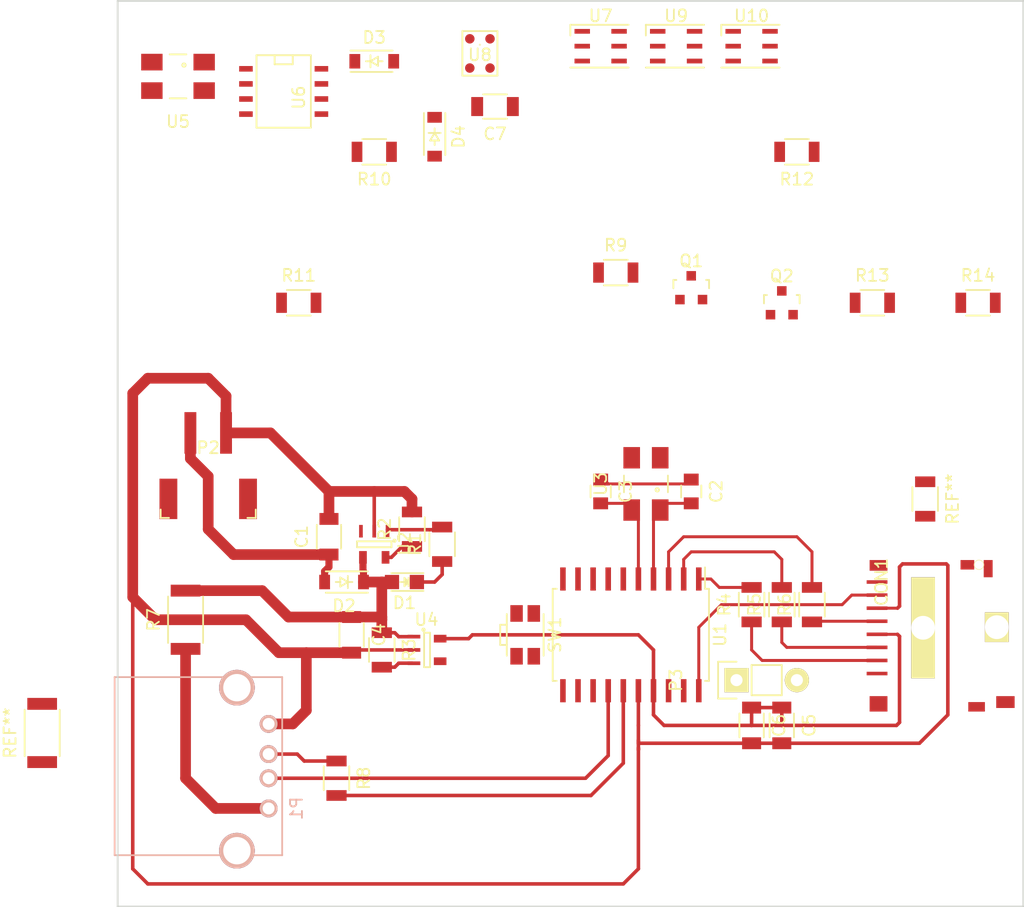
<source format=kicad_pcb>
(kicad_pcb (version 4) (host pcbnew 4.0.1-stable)

  (general
    (links 91)
    (no_connects 49)
    (area 63.424999 83.744999 139.775001 160.095001)
    (thickness 1.6)
    (drawings 4)
    (tracks 150)
    (zones 0)
    (modules 44)
    (nets 56)
  )

  (page A)
  (title_block
    (title Jotter)
    (date 2016-01-30)
    (rev B)
    (company "MITTO DESIGN LLC")
    (comment 1 "Matthew Swarts")
    (comment 2 "Lisa Lim")
  )

  (layers
    (0 F.Cu signal)
    (31 B.Cu signal)
    (32 B.Adhes user)
    (33 F.Adhes user)
    (34 B.Paste user)
    (35 F.Paste user)
    (36 B.SilkS user)
    (37 F.SilkS user)
    (38 B.Mask user)
    (39 F.Mask user)
    (40 Dwgs.User user)
    (41 Cmts.User user)
    (42 Eco1.User user)
    (43 Eco2.User user)
    (44 Edge.Cuts user)
    (45 Margin user)
    (46 B.CrtYd user)
    (47 F.CrtYd user)
    (48 B.Fab user)
    (49 F.Fab user)
  )

  (setup
    (last_trace_width 0.3)
    (user_trace_width 0.25)
    (user_trace_width 0.6)
    (user_trace_width 0.9)
    (trace_clearance 0.8)
    (zone_clearance 0.508)
    (zone_45_only no)
    (trace_min 0.2)
    (segment_width 0.2)
    (edge_width 0.15)
    (via_size 0.6)
    (via_drill 0.4)
    (via_min_size 0.4)
    (via_min_drill 0.3)
    (uvia_size 0.3)
    (uvia_drill 0.1)
    (uvias_allowed no)
    (uvia_min_size 0.2)
    (uvia_min_drill 0.1)
    (pcb_text_width 0.3)
    (pcb_text_size 1.5 1.5)
    (mod_edge_width 0.15)
    (mod_text_size 1 1)
    (mod_text_width 0.15)
    (pad_size 1.524 1.524)
    (pad_drill 0.762)
    (pad_to_mask_clearance 0.2)
    (aux_axis_origin 0 0)
    (visible_elements 7FFFFFFF)
    (pcbplotparams
      (layerselection 0x00030_80000001)
      (usegerberextensions false)
      (excludeedgelayer true)
      (linewidth 0.100000)
      (plotframeref false)
      (viasonmask false)
      (mode 1)
      (useauxorigin false)
      (hpglpennumber 1)
      (hpglpenspeed 20)
      (hpglpendiameter 15)
      (hpglpenoverlay 2)
      (psnegative false)
      (psa4output false)
      (plotreference true)
      (plotvalue true)
      (plotinvisibletext false)
      (padsonsilk false)
      (subtractmaskfromsilk false)
      (outputformat 1)
      (mirror false)
      (drillshape 1)
      (scaleselection 1)
      (outputdirectory ""))
  )

  (net 0 "")
  (net 1 V_BAT)
  (net 2 GND)
  (net 3 XIN)
  (net 4 XOUT)
  (net 5 V_USB)
  (net 6 3V3)
  (net 7 SPI_SS)
  (net 8 SPI_MOSI)
  (net 9 SPI_SCK)
  (net 10 SPI_MISO)
  (net 11 "Net-(D1-Pad1)")
  (net 12 USB+)
  (net 13 USB-)
  (net 14 "Net-(R1-Pad2)")
  (net 15 "Net-(R2-Pad1)")
  (net 16 "Net-(R3-Pad2)")
  (net 17 RESET)
  (net 18 "Net-(CON1-Pad1)")
  (net 19 "Net-(CON1-Pad8)")
  (net 20 "Net-(P1-Pad5)")
  (net 21 PIN_15)
  (net 22 PIN_16)
  (net 23 I2C_SDA)
  (net 24 I2C_SCL)
  (net 25 TX)
  (net 26 RX)
  (net 27 PIN_03)
  (net 28 "Net-(U2-Pad3)")
  (net 29 "Net-(U3-Pad2)")
  (net 30 "Net-(U3-Pad3)")
  (net 31 "Net-(CON1-Pad5)")
  (net 32 "Net-(CON1-Pad3)")
  (net 33 "Net-(CON1-Pad2)")
  (net 34 "Net-(P1-Pad1)")
  (net 35 "Net-(P1-Pad3)")
  (net 36 "Net-(C7-Pad1)")
  (net 37 "Net-(D3-Pad1)")
  (net 38 "Net-(BT1-Pad1)")
  (net 39 Buzzer)
  (net 40 APA_DATA)
  (net 41 APA_CLK)
  (net 42 "Net-(U4-Pad4)")
  (net 43 "Net-(U5-Pad1)")
  (net 44 "Net-(U5-Pad2)")
  (net 45 "Net-(U5-Pad3)")
  (net 46 "Net-(U5-Pad4)")
  (net 47 "Net-(U6-Pad3)")
  (net 48 "Net-(U6-Pad7)")
  (net 49 "Net-(U7-Pad5)")
  (net 50 "Net-(U7-Pad6)")
  (net 51 MEMS)
  (net 52 "Net-(U10-Pad2)")
  (net 53 "Net-(U10-Pad1)")
  (net 54 "Net-(U10-Pad5)")
  (net 55 "Net-(U10-Pad6)")

  (net_class Default "This is the default net class."
    (clearance 0.8)
    (trace_width 0.3)
    (via_dia 0.6)
    (via_drill 0.4)
    (uvia_dia 0.3)
    (uvia_drill 0.1)
    (add_net 3V3)
    (add_net APA_CLK)
    (add_net APA_DATA)
    (add_net Buzzer)
    (add_net GND)
    (add_net I2C_SCL)
    (add_net I2C_SDA)
    (add_net MEMS)
    (add_net "Net-(BT1-Pad1)")
    (add_net "Net-(C7-Pad1)")
    (add_net "Net-(CON1-Pad1)")
    (add_net "Net-(CON1-Pad2)")
    (add_net "Net-(CON1-Pad3)")
    (add_net "Net-(CON1-Pad5)")
    (add_net "Net-(CON1-Pad8)")
    (add_net "Net-(D1-Pad1)")
    (add_net "Net-(D3-Pad1)")
    (add_net "Net-(P1-Pad1)")
    (add_net "Net-(P1-Pad3)")
    (add_net "Net-(P1-Pad5)")
    (add_net "Net-(R1-Pad2)")
    (add_net "Net-(R2-Pad1)")
    (add_net "Net-(R3-Pad2)")
    (add_net "Net-(U10-Pad1)")
    (add_net "Net-(U10-Pad2)")
    (add_net "Net-(U10-Pad5)")
    (add_net "Net-(U10-Pad6)")
    (add_net "Net-(U2-Pad3)")
    (add_net "Net-(U3-Pad2)")
    (add_net "Net-(U3-Pad3)")
    (add_net "Net-(U4-Pad4)")
    (add_net "Net-(U5-Pad1)")
    (add_net "Net-(U5-Pad2)")
    (add_net "Net-(U5-Pad3)")
    (add_net "Net-(U5-Pad4)")
    (add_net "Net-(U6-Pad3)")
    (add_net "Net-(U6-Pad7)")
    (add_net "Net-(U7-Pad5)")
    (add_net "Net-(U7-Pad6)")
    (add_net PIN_03)
    (add_net PIN_15)
    (add_net PIN_16)
    (add_net RESET)
    (add_net RX)
    (add_net SPI_MISO)
    (add_net SPI_MOSI)
    (add_net SPI_SCK)
    (add_net SPI_SS)
    (add_net TX)
    (add_net USB+)
    (add_net USB-)
    (add_net V_BAT)
    (add_net V_USB)
    (add_net XIN)
    (add_net XOUT)
  )

  (module Crystals:Crystal_SMD_0603_4Pads (layer F.Cu) (tedit 0) (tstamp 56779FE6)
    (at 107.95 124.46 90)
    (descr "Crystal, Quarz, SMD, 0603, 4 Pads,")
    (tags "Crystal, Quarz, SMD, 0603, 4 Pads,")
    (path /5677897C)
    (attr smd)
    (fp_text reference U3 (at 0 -3.81 90) (layer F.SilkS)
      (effects (font (size 1 1) (thickness 0.15)))
    )
    (fp_text value ABS25 (at 0 3.81 90) (layer F.Fab)
      (effects (font (size 1 1) (thickness 0.15)))
    )
    (fp_circle (center 0 0) (end 0.50038 0) (layer F.Adhes) (width 0.381))
    (fp_circle (center 0 0) (end 0.14986 0) (layer F.Adhes) (width 0.381))
    (fp_circle (center -0.50038 0.94996) (end -0.39878 1.04902) (layer F.SilkS) (width 0.15))
    (fp_line (start 0.70104 1.84912) (end -0.70104 1.84912) (layer F.SilkS) (width 0.15))
    (fp_line (start -0.70104 -1.84912) (end 0.70104 -1.84912) (layer F.SilkS) (width 0.15))
    (pad 1 smd rect (at -2.19964 1.19888 90) (size 1.80086 1.39954) (layers F.Cu F.Paste F.Mask)
      (net 3 XIN))
    (pad 2 smd rect (at 2.19964 1.19888 90) (size 1.80086 1.39954) (layers F.Cu F.Paste F.Mask)
      (net 29 "Net-(U3-Pad2)"))
    (pad 3 smd rect (at 2.19964 -1.19888 90) (size 1.80086 1.39954) (layers F.Cu F.Paste F.Mask)
      (net 30 "Net-(U3-Pad3)"))
    (pad 4 smd rect (at -2.19964 -1.19888 90) (size 1.80086 1.39954) (layers F.Cu F.Paste F.Mask)
      (net 4 XOUT))
  )

  (module Buttons_Switches_SMD:SW_SPST_EVQP7A (layer F.Cu) (tedit 55DB4810) (tstamp 56779FA4)
    (at 97.79 137.16 270)
    (descr "Light Touch Switch")
    (path /5677E9EE)
    (attr smd)
    (fp_text reference SW1 (at 0 -2.5 270) (layer F.SilkS)
      (effects (font (size 1 1) (thickness 0.15)))
    )
    (fp_text value SPST (at 0 0 270) (layer F.Fab)
      (effects (font (size 1 1) (thickness 0.15)))
    )
    (fp_line (start -1.1 2.35) (end -1.1 1.7) (layer F.CrtYd) (width 0.05))
    (fp_line (start -1.1 1.7) (end -2.75 1.7) (layer F.CrtYd) (width 0.05))
    (fp_line (start 2.75 1.7) (end 1.1 1.7) (layer F.CrtYd) (width 0.05))
    (fp_line (start 1.1 1.7) (end 1.1 2.35) (layer F.CrtYd) (width 0.05))
    (fp_line (start 0.85 1.55) (end 0.85 2.1) (layer F.SilkS) (width 0.15))
    (fp_line (start 0.85 2.1) (end -0.85 2.1) (layer F.SilkS) (width 0.15))
    (fp_line (start -0.85 2.1) (end -0.85 1.55) (layer F.SilkS) (width 0.15))
    (fp_line (start -1.75 -1.55) (end 1.75 -1.55) (layer F.SilkS) (width 0.15))
    (fp_line (start 1.75 1.55) (end -1.75 1.55) (layer F.SilkS) (width 0.15))
    (fp_line (start -2.75 -1.7) (end 2.75 -1.7) (layer F.CrtYd) (width 0.05))
    (fp_line (start 2.75 -1.7) (end 2.75 1.7) (layer F.CrtYd) (width 0.05))
    (fp_line (start 1.1 2.35) (end -1.1 2.35) (layer F.CrtYd) (width 0.05))
    (fp_line (start -2.75 1.7) (end -2.75 -1.7) (layer F.CrtYd) (width 0.05))
    (pad 1 smd rect (at 1.8 -0.725 270) (size 1.4 1.05) (layers F.Cu F.Paste F.Mask)
      (net 17 RESET))
    (pad 1 smd rect (at -1.8 -0.725 270) (size 1.4 1.05) (layers F.Cu F.Paste F.Mask)
      (net 17 RESET))
    (pad 2 smd rect (at 1.8 0.725 270) (size 1.4 1.05) (layers F.Cu F.Paste F.Mask)
      (net 2 GND))
    (pad 2 smd rect (at -1.8 0.725 270) (size 1.4 1.05) (layers F.Cu F.Paste F.Mask)
      (net 2 GND))
  )

  (module Diodes_SMD:SOD-123 (layer F.Cu) (tedit 5530FCB9) (tstamp 56779F4F)
    (at 82.55 132.715 180)
    (descr SOD-123)
    (tags SOD-123)
    (path /5677CCC3)
    (attr smd)
    (fp_text reference D2 (at 0 -2 180) (layer F.SilkS)
      (effects (font (size 1 1) (thickness 0.15)))
    )
    (fp_text value D_Schottky (at 0 2.1 180) (layer F.Fab)
      (effects (font (size 1 1) (thickness 0.15)))
    )
    (fp_line (start 0.3175 0) (end 0.6985 0) (layer F.SilkS) (width 0.15))
    (fp_line (start -0.6985 0) (end -0.3175 0) (layer F.SilkS) (width 0.15))
    (fp_line (start -0.3175 0) (end 0.3175 -0.381) (layer F.SilkS) (width 0.15))
    (fp_line (start 0.3175 -0.381) (end 0.3175 0.381) (layer F.SilkS) (width 0.15))
    (fp_line (start 0.3175 0.381) (end -0.3175 0) (layer F.SilkS) (width 0.15))
    (fp_line (start -0.3175 -0.508) (end -0.3175 0.508) (layer F.SilkS) (width 0.15))
    (fp_line (start -2.25 -1.05) (end 2.25 -1.05) (layer F.CrtYd) (width 0.05))
    (fp_line (start 2.25 -1.05) (end 2.25 1.05) (layer F.CrtYd) (width 0.05))
    (fp_line (start 2.25 1.05) (end -2.25 1.05) (layer F.CrtYd) (width 0.05))
    (fp_line (start -2.25 -1.05) (end -2.25 1.05) (layer F.CrtYd) (width 0.05))
    (fp_line (start -2 0.9) (end 1.54 0.9) (layer F.SilkS) (width 0.15))
    (fp_line (start -2 -0.9) (end 1.54 -0.9) (layer F.SilkS) (width 0.15))
    (pad 1 smd rect (at -1.635 0 180) (size 0.91 1.22) (layers F.Cu F.Paste F.Mask)
      (net 5 V_USB))
    (pad 2 smd rect (at 1.635 0 180) (size 0.91 1.22) (layers F.Cu F.Paste F.Mask)
      (net 1 V_BAT))
  )

  (module LEDs:LED-0805 (layer F.Cu) (tedit 55BDE1C2) (tstamp 56779F3D)
    (at 87.63 132.715 180)
    (descr "LED 0805 smd package")
    (tags "LED 0805 SMD")
    (path /5677A51E)
    (attr smd)
    (fp_text reference D1 (at 0 -1.75 180) (layer F.SilkS)
      (effects (font (size 1 1) (thickness 0.15)))
    )
    (fp_text value LED (at 0 1.75 180) (layer F.Fab)
      (effects (font (size 1 1) (thickness 0.15)))
    )
    (fp_line (start -1.6 0.75) (end 1.1 0.75) (layer F.SilkS) (width 0.15))
    (fp_line (start -1.6 -0.75) (end 1.1 -0.75) (layer F.SilkS) (width 0.15))
    (fp_line (start -0.1 0.15) (end -0.1 -0.1) (layer F.SilkS) (width 0.15))
    (fp_line (start -0.1 -0.1) (end -0.25 0.05) (layer F.SilkS) (width 0.15))
    (fp_line (start -0.35 -0.35) (end -0.35 0.35) (layer F.SilkS) (width 0.15))
    (fp_line (start 0 0) (end 0.35 0) (layer F.SilkS) (width 0.15))
    (fp_line (start -0.35 0) (end 0 -0.35) (layer F.SilkS) (width 0.15))
    (fp_line (start 0 -0.35) (end 0 0.35) (layer F.SilkS) (width 0.15))
    (fp_line (start 0 0.35) (end -0.35 0) (layer F.SilkS) (width 0.15))
    (fp_line (start 1.9 -0.95) (end 1.9 0.95) (layer F.CrtYd) (width 0.05))
    (fp_line (start 1.9 0.95) (end -1.9 0.95) (layer F.CrtYd) (width 0.05))
    (fp_line (start -1.9 0.95) (end -1.9 -0.95) (layer F.CrtYd) (width 0.05))
    (fp_line (start -1.9 -0.95) (end 1.9 -0.95) (layer F.CrtYd) (width 0.05))
    (pad 2 smd rect (at 1.04902 0) (size 1.19888 1.19888) (layers F.Cu F.Paste F.Mask)
      (net 5 V_USB))
    (pad 1 smd rect (at -1.04902 0) (size 1.19888 1.19888) (layers F.Cu F.Paste F.Mask)
      (net 11 "Net-(D1-Pad1)"))
    (model LEDs.3dshapes/LED-0805.wrl
      (at (xyz 0 0 0))
      (scale (xyz 1 1 1))
      (rotate (xyz 0 0 0))
    )
  )

  (module Capacitors_SMD:C_0805 (layer F.Cu) (tedit 5415D6EA) (tstamp 56779EE3)
    (at 104.14 125.095 270)
    (descr "Capacitor SMD 0805, reflow soldering, AVX (see smccp.pdf)")
    (tags "capacitor 0805")
    (path /56778A60)
    (attr smd)
    (fp_text reference C3 (at 0 -2.1 270) (layer F.SilkS)
      (effects (font (size 1 1) (thickness 0.15)))
    )
    (fp_text value C (at 0 2.1 270) (layer F.Fab)
      (effects (font (size 1 1) (thickness 0.15)))
    )
    (fp_line (start -1.8 -1) (end 1.8 -1) (layer F.CrtYd) (width 0.05))
    (fp_line (start -1.8 1) (end 1.8 1) (layer F.CrtYd) (width 0.05))
    (fp_line (start -1.8 -1) (end -1.8 1) (layer F.CrtYd) (width 0.05))
    (fp_line (start 1.8 -1) (end 1.8 1) (layer F.CrtYd) (width 0.05))
    (fp_line (start 0.5 -0.85) (end -0.5 -0.85) (layer F.SilkS) (width 0.15))
    (fp_line (start -0.5 0.85) (end 0.5 0.85) (layer F.SilkS) (width 0.15))
    (pad 1 smd rect (at -1 0 270) (size 1 1.25) (layers F.Cu F.Paste F.Mask)
      (net 2 GND))
    (pad 2 smd rect (at 1 0 270) (size 1 1.25) (layers F.Cu F.Paste F.Mask)
      (net 4 XOUT))
    (model Capacitors_SMD.3dshapes/C_0805.wrl
      (at (xyz 0 0 0))
      (scale (xyz 1 1 1))
      (rotate (xyz 0 0 0))
    )
  )

  (module Capacitors_SMD:C_0805 (layer F.Cu) (tedit 5415D6EA) (tstamp 56779ED7)
    (at 111.76 125.095 270)
    (descr "Capacitor SMD 0805, reflow soldering, AVX (see smccp.pdf)")
    (tags "capacitor 0805")
    (path /56778A25)
    (attr smd)
    (fp_text reference C2 (at 0 -2.1 270) (layer F.SilkS)
      (effects (font (size 1 1) (thickness 0.15)))
    )
    (fp_text value C (at 0 2.1 270) (layer F.Fab)
      (effects (font (size 1 1) (thickness 0.15)))
    )
    (fp_line (start -1.8 -1) (end 1.8 -1) (layer F.CrtYd) (width 0.05))
    (fp_line (start -1.8 1) (end 1.8 1) (layer F.CrtYd) (width 0.05))
    (fp_line (start -1.8 -1) (end -1.8 1) (layer F.CrtYd) (width 0.05))
    (fp_line (start 1.8 -1) (end 1.8 1) (layer F.CrtYd) (width 0.05))
    (fp_line (start 0.5 -0.85) (end -0.5 -0.85) (layer F.SilkS) (width 0.15))
    (fp_line (start -0.5 0.85) (end 0.5 0.85) (layer F.SilkS) (width 0.15))
    (pad 1 smd rect (at -1 0 270) (size 1 1.25) (layers F.Cu F.Paste F.Mask)
      (net 2 GND))
    (pad 2 smd rect (at 1 0 270) (size 1 1.25) (layers F.Cu F.Paste F.Mask)
      (net 3 XIN))
    (model Capacitors_SMD.3dshapes/C_0805.wrl
      (at (xyz 0 0 0))
      (scale (xyz 1 1 1))
      (rotate (xyz 0 0 0))
    )
  )

  (module Capacitors_SMD:C_1206 (layer F.Cu) (tedit 5415D7BD) (tstamp 56AD7817)
    (at 81.28 128.905 90)
    (descr "Capacitor SMD 1206, reflow soldering, AVX (see smccp.pdf)")
    (tags "capacitor 1206")
    (path /5677A6E0)
    (attr smd)
    (fp_text reference C1 (at 0 -2.3 90) (layer F.SilkS)
      (effects (font (size 1 1) (thickness 0.15)))
    )
    (fp_text value 10uF (at 0 2.3 90) (layer F.Fab)
      (effects (font (size 1 1) (thickness 0.15)))
    )
    (fp_line (start -2.3 -1.15) (end 2.3 -1.15) (layer F.CrtYd) (width 0.05))
    (fp_line (start -2.3 1.15) (end 2.3 1.15) (layer F.CrtYd) (width 0.05))
    (fp_line (start -2.3 -1.15) (end -2.3 1.15) (layer F.CrtYd) (width 0.05))
    (fp_line (start 2.3 -1.15) (end 2.3 1.15) (layer F.CrtYd) (width 0.05))
    (fp_line (start 1 -1.025) (end -1 -1.025) (layer F.SilkS) (width 0.15))
    (fp_line (start -1 1.025) (end 1 1.025) (layer F.SilkS) (width 0.15))
    (pad 1 smd rect (at -1.5 0 90) (size 1 1.6) (layers F.Cu F.Paste F.Mask)
      (net 1 V_BAT))
    (pad 2 smd rect (at 1.5 0 90) (size 1 1.6) (layers F.Cu F.Paste F.Mask)
      (net 2 GND))
    (model Capacitors_SMD.3dshapes/C_1206.wrl
      (at (xyz 0 0 0))
      (scale (xyz 1 1 1))
      (rotate (xyz 0 0 0))
    )
  )

  (module Capacitors_SMD:C_1206 (layer F.Cu) (tedit 5415D7BD) (tstamp 56AD781C)
    (at 83.185 137.16 270)
    (descr "Capacitor SMD 1206, reflow soldering, AVX (see smccp.pdf)")
    (tags "capacitor 1206")
    (path /5677CCF6)
    (attr smd)
    (fp_text reference C4 (at 0 -2.3 270) (layer F.SilkS)
      (effects (font (size 1 1) (thickness 0.15)))
    )
    (fp_text value 10uF (at 0 2.3 270) (layer F.Fab)
      (effects (font (size 1 1) (thickness 0.15)))
    )
    (fp_line (start -2.3 -1.15) (end 2.3 -1.15) (layer F.CrtYd) (width 0.05))
    (fp_line (start -2.3 1.15) (end 2.3 1.15) (layer F.CrtYd) (width 0.05))
    (fp_line (start -2.3 -1.15) (end -2.3 1.15) (layer F.CrtYd) (width 0.05))
    (fp_line (start 2.3 -1.15) (end 2.3 1.15) (layer F.CrtYd) (width 0.05))
    (fp_line (start 1 -1.025) (end -1 -1.025) (layer F.SilkS) (width 0.15))
    (fp_line (start -1 1.025) (end 1 1.025) (layer F.SilkS) (width 0.15))
    (pad 1 smd rect (at -1.5 0 270) (size 1 1.6) (layers F.Cu F.Paste F.Mask)
      (net 5 V_USB))
    (pad 2 smd rect (at 1.5 0 270) (size 1 1.6) (layers F.Cu F.Paste F.Mask)
      (net 2 GND))
    (model Capacitors_SMD.3dshapes/C_1206.wrl
      (at (xyz 0 0 0))
      (scale (xyz 1 1 1))
      (rotate (xyz 0 0 0))
    )
  )

  (module Capacitors_SMD:C_1206 (layer F.Cu) (tedit 5415D7BD) (tstamp 56AD7821)
    (at 119.38 144.78 270)
    (descr "Capacitor SMD 1206, reflow soldering, AVX (see smccp.pdf)")
    (tags "capacitor 1206")
    (path /5677CD2F)
    (attr smd)
    (fp_text reference C5 (at 0 -2.3 270) (layer F.SilkS)
      (effects (font (size 1 1) (thickness 0.15)))
    )
    (fp_text value 10uF (at 0 2.3 270) (layer F.Fab)
      (effects (font (size 1 1) (thickness 0.15)))
    )
    (fp_line (start -2.3 -1.15) (end 2.3 -1.15) (layer F.CrtYd) (width 0.05))
    (fp_line (start -2.3 1.15) (end 2.3 1.15) (layer F.CrtYd) (width 0.05))
    (fp_line (start -2.3 -1.15) (end -2.3 1.15) (layer F.CrtYd) (width 0.05))
    (fp_line (start 2.3 -1.15) (end 2.3 1.15) (layer F.CrtYd) (width 0.05))
    (fp_line (start 1 -1.025) (end -1 -1.025) (layer F.SilkS) (width 0.15))
    (fp_line (start -1 1.025) (end 1 1.025) (layer F.SilkS) (width 0.15))
    (pad 1 smd rect (at -1.5 0 270) (size 1 1.6) (layers F.Cu F.Paste F.Mask)
      (net 6 3V3))
    (pad 2 smd rect (at 1.5 0 270) (size 1 1.6) (layers F.Cu F.Paste F.Mask)
      (net 2 GND))
    (model Capacitors_SMD.3dshapes/C_1206.wrl
      (at (xyz 0 0 0))
      (scale (xyz 1 1 1))
      (rotate (xyz 0 0 0))
    )
  )

  (module Capacitors_SMD:C_1206 (layer F.Cu) (tedit 5415D7BD) (tstamp 56AD7826)
    (at 116.84 144.78 270)
    (descr "Capacitor SMD 1206, reflow soldering, AVX (see smccp.pdf)")
    (tags "capacitor 1206")
    (path /5677CD62)
    (attr smd)
    (fp_text reference C6 (at 0 -2.3 270) (layer F.SilkS)
      (effects (font (size 1 1) (thickness 0.15)))
    )
    (fp_text value 1uF (at 0 2.3 270) (layer F.Fab)
      (effects (font (size 1 1) (thickness 0.15)))
    )
    (fp_line (start -2.3 -1.15) (end 2.3 -1.15) (layer F.CrtYd) (width 0.05))
    (fp_line (start -2.3 1.15) (end 2.3 1.15) (layer F.CrtYd) (width 0.05))
    (fp_line (start -2.3 -1.15) (end -2.3 1.15) (layer F.CrtYd) (width 0.05))
    (fp_line (start 2.3 -1.15) (end 2.3 1.15) (layer F.CrtYd) (width 0.05))
    (fp_line (start 1 -1.025) (end -1 -1.025) (layer F.SilkS) (width 0.15))
    (fp_line (start -1 1.025) (end 1 1.025) (layer F.SilkS) (width 0.15))
    (pad 1 smd rect (at -1.5 0 270) (size 1 1.6) (layers F.Cu F.Paste F.Mask)
      (net 6 3V3))
    (pad 2 smd rect (at 1.5 0 270) (size 1 1.6) (layers F.Cu F.Paste F.Mask)
      (net 2 GND))
    (model Capacitors_SMD.3dshapes/C_1206.wrl
      (at (xyz 0 0 0))
      (scale (xyz 1 1 1))
      (rotate (xyz 0 0 0))
    )
  )

  (module Connect:USB_A (layer B.Cu) (tedit 5543E289) (tstamp 56AD783D)
    (at 76.2 151.765 90)
    (descr "USB A connector")
    (tags "USB USB_A")
    (path /56779546)
    (fp_text reference P1 (at 0 2.35 90) (layer B.SilkS)
      (effects (font (size 1 1) (thickness 0.15)) (justify mirror))
    )
    (fp_text value USB_A (at 3.83794 -7.43458 90) (layer B.Fab)
      (effects (font (size 1 1) (thickness 0.15)) (justify mirror))
    )
    (fp_line (start -5.3 -13.2) (end -5.3 1.4) (layer B.CrtYd) (width 0.05))
    (fp_line (start 11.95 1.4) (end 11.95 -13.2) (layer B.CrtYd) (width 0.05))
    (fp_line (start -5.3 -13.2) (end 11.95 -13.2) (layer B.CrtYd) (width 0.05))
    (fp_line (start -5.3 1.4) (end 11.95 1.4) (layer B.CrtYd) (width 0.05))
    (fp_line (start 11.04986 1.14512) (end 11.04986 -12.95188) (layer B.SilkS) (width 0.15))
    (fp_line (start -3.93614 -12.95188) (end -3.93614 1.14512) (layer B.SilkS) (width 0.15))
    (fp_line (start 11.04986 1.14512) (end -3.93614 1.14512) (layer B.SilkS) (width 0.15))
    (fp_line (start 11.04986 -12.95188) (end -3.93614 -12.95188) (layer B.SilkS) (width 0.15))
    (pad 4 thru_hole circle (at 7.11286 0.00212 180) (size 1.50114 1.50114) (drill 1.00076) (layers *.Cu *.Mask B.SilkS)
      (net 2 GND))
    (pad 3 thru_hole circle (at 4.57286 0.00212 180) (size 1.50114 1.50114) (drill 1.00076) (layers *.Cu *.Mask B.SilkS)
      (net 35 "Net-(P1-Pad3)"))
    (pad 2 thru_hole circle (at 2.54086 0.00212 180) (size 1.50114 1.50114) (drill 1.00076) (layers *.Cu *.Mask B.SilkS)
      (net 13 USB-))
    (pad 1 thru_hole circle (at 0.00086 0.00212 180) (size 1.50114 1.50114) (drill 1.00076) (layers *.Cu *.Mask B.SilkS)
      (net 34 "Net-(P1-Pad1)"))
    (pad 5 thru_hole circle (at 10.16086 -2.66488 180) (size 2.99974 2.99974) (drill 2.30124) (layers *.Cu *.Mask B.SilkS)
      (net 20 "Net-(P1-Pad5)"))
    (pad 5 thru_hole circle (at -3.55514 -2.66488 180) (size 2.99974 2.99974) (drill 2.30124) (layers *.Cu *.Mask B.SilkS)
      (net 20 "Net-(P1-Pad5)"))
    (model Connect.3dshapes/USB_A.wrl
      (at (xyz 0.14 0 0))
      (scale (xyz 1 1 1))
      (rotate (xyz 0 0 90))
    )
  )

  (module Resistors_SMD:R_1206 (layer F.Cu) (tedit 5415CFA7) (tstamp 56AD784B)
    (at 90.805 129.54 90)
    (descr "Resistor SMD 1206, reflow soldering, Vishay (see dcrcw.pdf)")
    (tags "resistor 1206")
    (path /5677A5FB)
    (attr smd)
    (fp_text reference R1 (at 0 -2.3 90) (layer F.SilkS)
      (effects (font (size 1 1) (thickness 0.15)))
    )
    (fp_text value 1K (at 0 2.3 90) (layer F.Fab)
      (effects (font (size 1 1) (thickness 0.15)))
    )
    (fp_line (start -2.2 -1.2) (end 2.2 -1.2) (layer F.CrtYd) (width 0.05))
    (fp_line (start -2.2 1.2) (end 2.2 1.2) (layer F.CrtYd) (width 0.05))
    (fp_line (start -2.2 -1.2) (end -2.2 1.2) (layer F.CrtYd) (width 0.05))
    (fp_line (start 2.2 -1.2) (end 2.2 1.2) (layer F.CrtYd) (width 0.05))
    (fp_line (start 1 1.075) (end -1 1.075) (layer F.SilkS) (width 0.15))
    (fp_line (start -1 -1.075) (end 1 -1.075) (layer F.SilkS) (width 0.15))
    (pad 1 smd rect (at -1.45 0 90) (size 0.9 1.7) (layers F.Cu F.Paste F.Mask)
      (net 11 "Net-(D1-Pad1)"))
    (pad 2 smd rect (at 1.45 0 90) (size 0.9 1.7) (layers F.Cu F.Paste F.Mask)
      (net 14 "Net-(R1-Pad2)"))
    (model Resistors_SMD.3dshapes/R_1206.wrl
      (at (xyz 0 0 0))
      (scale (xyz 1 1 1))
      (rotate (xyz 0 0 0))
    )
  )

  (module Resistors_SMD:R_1206 (layer F.Cu) (tedit 5415CFA7) (tstamp 56AD7850)
    (at 88.265 128.27 90)
    (descr "Resistor SMD 1206, reflow soldering, Vishay (see dcrcw.pdf)")
    (tags "resistor 1206")
    (path /5677A671)
    (attr smd)
    (fp_text reference R2 (at 0 -2.3 90) (layer F.SilkS)
      (effects (font (size 1 1) (thickness 0.15)))
    )
    (fp_text value 10K (at 0 2.3 90) (layer F.Fab)
      (effects (font (size 1 1) (thickness 0.15)))
    )
    (fp_line (start -2.2 -1.2) (end 2.2 -1.2) (layer F.CrtYd) (width 0.05))
    (fp_line (start -2.2 1.2) (end 2.2 1.2) (layer F.CrtYd) (width 0.05))
    (fp_line (start -2.2 -1.2) (end -2.2 1.2) (layer F.CrtYd) (width 0.05))
    (fp_line (start 2.2 -1.2) (end 2.2 1.2) (layer F.CrtYd) (width 0.05))
    (fp_line (start 1 1.075) (end -1 1.075) (layer F.SilkS) (width 0.15))
    (fp_line (start -1 -1.075) (end 1 -1.075) (layer F.SilkS) (width 0.15))
    (pad 1 smd rect (at -1.45 0 90) (size 0.9 1.7) (layers F.Cu F.Paste F.Mask)
      (net 15 "Net-(R2-Pad1)"))
    (pad 2 smd rect (at 1.45 0 90) (size 0.9 1.7) (layers F.Cu F.Paste F.Mask)
      (net 2 GND))
    (model Resistors_SMD.3dshapes/R_1206.wrl
      (at (xyz 0 0 0))
      (scale (xyz 1 1 1))
      (rotate (xyz 0 0 0))
    )
  )

  (module Resistors_SMD:R_1206 (layer F.Cu) (tedit 5415CFA7) (tstamp 56AD7855)
    (at 85.725 138.43 270)
    (descr "Resistor SMD 1206, reflow soldering, Vishay (see dcrcw.pdf)")
    (tags "resistor 1206")
    (path /5677CD97)
    (attr smd)
    (fp_text reference R3 (at 0 -2.3 270) (layer F.SilkS)
      (effects (font (size 1 1) (thickness 0.15)))
    )
    (fp_text value 100K (at 0 2.3 270) (layer F.Fab)
      (effects (font (size 1 1) (thickness 0.15)))
    )
    (fp_line (start -2.2 -1.2) (end 2.2 -1.2) (layer F.CrtYd) (width 0.05))
    (fp_line (start -2.2 1.2) (end 2.2 1.2) (layer F.CrtYd) (width 0.05))
    (fp_line (start -2.2 -1.2) (end -2.2 1.2) (layer F.CrtYd) (width 0.05))
    (fp_line (start 2.2 -1.2) (end 2.2 1.2) (layer F.CrtYd) (width 0.05))
    (fp_line (start 1 1.075) (end -1 1.075) (layer F.SilkS) (width 0.15))
    (fp_line (start -1 -1.075) (end 1 -1.075) (layer F.SilkS) (width 0.15))
    (pad 1 smd rect (at -1.45 0 270) (size 0.9 1.7) (layers F.Cu F.Paste F.Mask)
      (net 5 V_USB))
    (pad 2 smd rect (at 1.45 0 270) (size 0.9 1.7) (layers F.Cu F.Paste F.Mask)
      (net 16 "Net-(R3-Pad2)"))
    (model Resistors_SMD.3dshapes/R_1206.wrl
      (at (xyz 0 0 0))
      (scale (xyz 1 1 1))
      (rotate (xyz 0 0 0))
    )
  )

  (module MyKiCadParts:DM3D-SF-80 (layer F.Cu) (tedit 5678463F) (tstamp 56AD7955)
    (at 128.27 132.715 270)
    (descr http://media.digikey.com/PDF/Data%20Sheets/Hirose%20PDFs/DM3D-SF.pdf)
    (tags "microSD, SD")
    (path /5677FF4C)
    (fp_text reference CON1 (at 0 0.5 270) (layer F.SilkS)
      (effects (font (size 1 1) (thickness 0.15)))
    )
    (fp_text value SD_Card (at 0 -0.5 270) (layer F.Fab)
      (effects (font (size 1 1) (thickness 0.15)))
    )
    (fp_circle (center -1.45 -7.7) (end -1.05 -7.7) (layer F.SilkS) (width 0.05))
    (pad "" np_thru_hole rect (at 3.85 -3 270) (size 8.5 2) (drill 2) (layers *.Cu *.Mask F.SilkS))
    (pad "" np_thru_hole rect (at 3.8 -9.2 270) (size 2.5 2) (drill 2) (layers *.Cu *.Mask F.SilkS))
    (pad "" smd rect (at 10.1 -9.925 270) (size 1 1.55) (layers F.Cu F.Paste F.Mask))
    (pad "" smd rect (at -1.125 -8.475 270) (size 1.45 0.75) (layers F.Cu F.Paste F.Mask))
    (pad "" smd rect (at -1.45 -6.725 270) (size 0.8 1.15) (layers F.Cu F.Paste F.Mask))
    (pad "" smd rect (at 10.5 -7.5 270) (size 0.8 1.4) (layers F.Cu F.Paste F.Mask))
    (pad "" smd rect (at 10.25 0.75 270) (size 1.3 1.5) (layers F.Cu F.Paste F.Mask))
    (pad "" smd rect (at -1.4 0.75 270) (size 0.9 1.5) (layers F.Cu F.Paste F.Mask))
    (pad 8 smd rect (at 0 0.875 270) (size 0.3 1.75) (layers F.Cu F.Paste F.Mask)
      (net 19 "Net-(CON1-Pad8)"))
    (pad 7 smd rect (at 1.1 0.875 270) (size 0.3 1.75) (layers F.Cu F.Paste F.Mask)
      (net 10 SPI_MISO))
    (pad 6 smd rect (at 2.2 0.875 270) (size 0.3 1.75) (layers F.Cu F.Paste F.Mask)
      (net 2 GND))
    (pad 5 smd rect (at 3.3 0.875 270) (size 0.3 1.75) (layers F.Cu F.Paste F.Mask)
      (net 31 "Net-(CON1-Pad5)"))
    (pad 4 smd rect (at 4.4 0.875 270) (size 0.3 1.75) (layers F.Cu F.Paste F.Mask)
      (net 6 3V3))
    (pad 3 smd rect (at 5.5 0.875 270) (size 0.3 1.75) (layers F.Cu F.Paste F.Mask)
      (net 32 "Net-(CON1-Pad3)"))
    (pad 2 smd rect (at 6.6 0.875 270) (size 0.3 1.75) (layers F.Cu F.Paste F.Mask)
      (net 33 "Net-(CON1-Pad2)"))
    (pad 1 smd rect (at 7.7 0.875 270) (size 0.3 1.75) (layers F.Cu F.Paste F.Mask)
      (net 18 "Net-(CON1-Pad1)"))
  )

  (module MyKiCadParts:JST-S2B-PH-SM4 (layer F.Cu) (tedit 5677B07C) (tstamp 56AD7968)
    (at 71.12 121.92 180)
    (path /5677BFD6)
    (fp_text reference P2 (at 0 0.5 180) (layer F.SilkS)
      (effects (font (size 1 1) (thickness 0.15)))
    )
    (fp_text value CONN_01X02 (at 0 -0.5 180) (layer F.Fab)
      (effects (font (size 1 1) (thickness 0.15)))
    )
    (fp_line (start 4 -4.7) (end 4 -5.4) (layer F.SilkS) (width 0.15))
    (fp_line (start 4 -5.4) (end 3.3 -5.4) (layer F.SilkS) (width 0.15))
    (fp_line (start -4 -4.7) (end -4 -5.4) (layer F.SilkS) (width 0.15))
    (fp_line (start -4 -5.4) (end -3.3 -5.4) (layer F.SilkS) (width 0.15))
    (pad 2 smd rect (at 1.5 1.75 180) (size 1 3.5) (layers F.Cu F.Paste F.Mask)
      (net 1 V_BAT))
    (pad "" smd rect (at 3.35 -3.8 180) (size 1.5 3.4) (layers F.Cu F.Paste F.Mask))
    (pad "" smd rect (at -3.35 -3.8 180) (size 1.5 3.4) (layers F.Cu F.Paste F.Mask))
    (pad 1 smd rect (at -1.5 1.75 180) (size 1 3.5) (layers F.Cu F.Paste F.Mask)
      (net 2 GND))
  )

  (module MyKiCadParts:SOT-23-5-80 (layer F.Cu) (tedit 568AED9F) (tstamp 56779FD9)
    (at 85.09 129.54 270)
    (descr "5-pin SOT23 package")
    (tags SOT-23-5L)
    (path /5677A0B7)
    (attr smd)
    (fp_text reference U2 (at -0.05 -2.55 270) (layer F.SilkS)
      (effects (font (size 1 1) (thickness 0.15)))
    )
    (fp_text value MCP73831 (at -0.05 2.35 270) (layer F.Fab)
      (effects (font (size 1 1) (thickness 0.15)))
    )
    (fp_line (start -1.8 -1.6) (end 1.8 -1.6) (layer F.CrtYd) (width 0.05))
    (fp_line (start 1.8 -1.6) (end 1.8 1.6) (layer F.CrtYd) (width 0.05))
    (fp_line (start 1.8 1.6) (end -1.8 1.6) (layer F.CrtYd) (width 0.05))
    (fp_line (start -1.8 1.6) (end -1.8 -1.6) (layer F.CrtYd) (width 0.05))
    (fp_circle (center -0.3 -1.7) (end -0.2 -1.7) (layer F.SilkS) (width 0.15))
    (fp_line (start 0.25 -1.45) (end -0.25 -1.45) (layer F.SilkS) (width 0.15))
    (fp_line (start 0.25 1.45) (end 0.25 -1.45) (layer F.SilkS) (width 0.15))
    (fp_line (start -0.25 1.45) (end 0.25 1.45) (layer F.SilkS) (width 0.15))
    (fp_line (start -0.25 -1.45) (end -0.25 1.45) (layer F.SilkS) (width 0.15))
    (pad 1 smd rect (at -1.1 -1.12 270) (size 1.06 0.31) (layers F.Cu F.Paste F.Mask)
      (net 14 "Net-(R1-Pad2)"))
    (pad 2 smd rect (at -1.1 0 270) (size 1.06 0.31) (layers F.Cu F.Paste F.Mask)
      (net 2 GND))
    (pad 3 smd rect (at -1.1 1.12 270) (size 1.06 0.31) (layers F.Cu F.Paste F.Mask)
      (net 28 "Net-(U2-Pad3)"))
    (pad 4 smd rect (at 1.1 0.95 270) (size 1.06 0.65) (layers F.Cu F.Paste F.Mask)
      (net 5 V_USB))
    (pad 5 smd rect (at 1.1 -0.95 270) (size 1.06 0.65) (layers F.Cu F.Paste F.Mask)
      (net 15 "Net-(R2-Pad1)"))
    (model TO_SOT_Packages_SMD.3dshapes/SOT-23-5.wrl
      (at (xyz 0 0 0))
      (scale (xyz 1 1 1))
      (rotate (xyz 0 0 0))
    )
  )

  (module Resistors_SMD:R_1206 (layer F.Cu) (tedit 5415CFA7) (tstamp 56AD874B)
    (at 116.84 134.62 90)
    (descr "Resistor SMD 1206, reflow soldering, Vishay (see dcrcw.pdf)")
    (tags "resistor 1206")
    (path /56AD8F9A)
    (attr smd)
    (fp_text reference R4 (at 0 -2.3 90) (layer F.SilkS)
      (effects (font (size 1 1) (thickness 0.15)))
    )
    (fp_text value 0 (at 0 2.3 90) (layer F.Fab)
      (effects (font (size 1 1) (thickness 0.15)))
    )
    (fp_line (start -2.2 -1.2) (end 2.2 -1.2) (layer F.CrtYd) (width 0.05))
    (fp_line (start -2.2 1.2) (end 2.2 1.2) (layer F.CrtYd) (width 0.05))
    (fp_line (start -2.2 -1.2) (end -2.2 1.2) (layer F.CrtYd) (width 0.05))
    (fp_line (start 2.2 -1.2) (end 2.2 1.2) (layer F.CrtYd) (width 0.05))
    (fp_line (start 1 1.075) (end -1 1.075) (layer F.SilkS) (width 0.15))
    (fp_line (start -1 -1.075) (end 1 -1.075) (layer F.SilkS) (width 0.15))
    (pad 1 smd rect (at -1.45 0 90) (size 0.9 1.7) (layers F.Cu F.Paste F.Mask)
      (net 33 "Net-(CON1-Pad2)"))
    (pad 2 smd rect (at 1.45 0 90) (size 0.9 1.7) (layers F.Cu F.Paste F.Mask)
      (net 7 SPI_SS))
    (model Resistors_SMD.3dshapes/R_1206.wrl
      (at (xyz 0 0 0))
      (scale (xyz 1 1 1))
      (rotate (xyz 0 0 0))
    )
  )

  (module Resistors_SMD:R_1206 (layer F.Cu) (tedit 5415CFA7) (tstamp 56AD8751)
    (at 119.38 134.62 90)
    (descr "Resistor SMD 1206, reflow soldering, Vishay (see dcrcw.pdf)")
    (tags "resistor 1206")
    (path /56AD8CB0)
    (attr smd)
    (fp_text reference R5 (at 0 -2.3 90) (layer F.SilkS)
      (effects (font (size 1 1) (thickness 0.15)))
    )
    (fp_text value 0 (at 0 2.3 90) (layer F.Fab)
      (effects (font (size 1 1) (thickness 0.15)))
    )
    (fp_line (start -2.2 -1.2) (end 2.2 -1.2) (layer F.CrtYd) (width 0.05))
    (fp_line (start -2.2 1.2) (end 2.2 1.2) (layer F.CrtYd) (width 0.05))
    (fp_line (start -2.2 -1.2) (end -2.2 1.2) (layer F.CrtYd) (width 0.05))
    (fp_line (start 2.2 -1.2) (end 2.2 1.2) (layer F.CrtYd) (width 0.05))
    (fp_line (start 1 1.075) (end -1 1.075) (layer F.SilkS) (width 0.15))
    (fp_line (start -1 -1.075) (end 1 -1.075) (layer F.SilkS) (width 0.15))
    (pad 1 smd rect (at -1.45 0 90) (size 0.9 1.7) (layers F.Cu F.Paste F.Mask)
      (net 32 "Net-(CON1-Pad3)"))
    (pad 2 smd rect (at 1.45 0 90) (size 0.9 1.7) (layers F.Cu F.Paste F.Mask)
      (net 8 SPI_MOSI))
    (model Resistors_SMD.3dshapes/R_1206.wrl
      (at (xyz 0 0 0))
      (scale (xyz 1 1 1))
      (rotate (xyz 0 0 0))
    )
  )

  (module Resistors_SMD:R_1206 (layer F.Cu) (tedit 5415CFA7) (tstamp 56AD8757)
    (at 121.92 134.62 90)
    (descr "Resistor SMD 1206, reflow soldering, Vishay (see dcrcw.pdf)")
    (tags "resistor 1206")
    (path /56AD8F25)
    (attr smd)
    (fp_text reference R6 (at 0 -2.3 90) (layer F.SilkS)
      (effects (font (size 1 1) (thickness 0.15)))
    )
    (fp_text value 0 (at 0 2.3 90) (layer F.Fab)
      (effects (font (size 1 1) (thickness 0.15)))
    )
    (fp_line (start -2.2 -1.2) (end 2.2 -1.2) (layer F.CrtYd) (width 0.05))
    (fp_line (start -2.2 1.2) (end 2.2 1.2) (layer F.CrtYd) (width 0.05))
    (fp_line (start -2.2 -1.2) (end -2.2 1.2) (layer F.CrtYd) (width 0.05))
    (fp_line (start 2.2 -1.2) (end 2.2 1.2) (layer F.CrtYd) (width 0.05))
    (fp_line (start 1 1.075) (end -1 1.075) (layer F.SilkS) (width 0.15))
    (fp_line (start -1 -1.075) (end 1 -1.075) (layer F.SilkS) (width 0.15))
    (pad 1 smd rect (at -1.45 0 90) (size 0.9 1.7) (layers F.Cu F.Paste F.Mask)
      (net 31 "Net-(CON1-Pad5)"))
    (pad 2 smd rect (at 1.45 0 90) (size 0.9 1.7) (layers F.Cu F.Paste F.Mask)
      (net 9 SPI_SCK))
    (model Resistors_SMD.3dshapes/R_1206.wrl
      (at (xyz 0 0 0))
      (scale (xyz 1 1 1))
      (rotate (xyz 0 0 0))
    )
  )

  (module Resistors_SMD:R_2010 (layer F.Cu) (tedit 5415D342) (tstamp 56AD8AE3)
    (at 57.15 145.415 90)
    (descr "Resistor SMD 2010, reflow soldering, Vishay (see dcrcw.pdf)")
    (tags "resistor 2010")
    (attr smd)
    (fp_text reference REF** (at 0 -2.7 90) (layer F.SilkS)
      (effects (font (size 1 1) (thickness 0.15)))
    )
    (fp_text value R_2010 (at 0 2.7 90) (layer F.Fab)
      (effects (font (size 1 1) (thickness 0.15)))
    )
    (fp_line (start -3.25 -1.6) (end 3.25 -1.6) (layer F.CrtYd) (width 0.05))
    (fp_line (start -3.25 1.6) (end 3.25 1.6) (layer F.CrtYd) (width 0.05))
    (fp_line (start -3.25 -1.6) (end -3.25 1.6) (layer F.CrtYd) (width 0.05))
    (fp_line (start 3.25 -1.6) (end 3.25 1.6) (layer F.CrtYd) (width 0.05))
    (fp_line (start 1.95 1.475) (end -1.95 1.475) (layer F.SilkS) (width 0.15))
    (fp_line (start -1.95 -1.475) (end 1.95 -1.475) (layer F.SilkS) (width 0.15))
    (pad 1 smd rect (at -2.45 0 90) (size 1 2.5) (layers F.Cu F.Paste F.Mask))
    (pad 2 smd rect (at 2.45 0 90) (size 1 2.5) (layers F.Cu F.Paste F.Mask))
    (model Resistors_SMD.3dshapes/R_2010.wrl
      (at (xyz 0 0 0))
      (scale (xyz 1 1 1))
      (rotate (xyz 0 0 0))
    )
  )

  (module Resistors_SMD:R_1206 (layer F.Cu) (tedit 5415CFA7) (tstamp 56AD8AF0)
    (at 131.445 125.73 270)
    (descr "Resistor SMD 1206, reflow soldering, Vishay (see dcrcw.pdf)")
    (tags "resistor 1206")
    (attr smd)
    (fp_text reference REF** (at 0 -2.3 270) (layer F.SilkS)
      (effects (font (size 1 1) (thickness 0.15)))
    )
    (fp_text value R_1206 (at 0 2.3 270) (layer F.Fab)
      (effects (font (size 1 1) (thickness 0.15)))
    )
    (fp_line (start -2.2 -1.2) (end 2.2 -1.2) (layer F.CrtYd) (width 0.05))
    (fp_line (start -2.2 1.2) (end 2.2 1.2) (layer F.CrtYd) (width 0.05))
    (fp_line (start -2.2 -1.2) (end -2.2 1.2) (layer F.CrtYd) (width 0.05))
    (fp_line (start 2.2 -1.2) (end 2.2 1.2) (layer F.CrtYd) (width 0.05))
    (fp_line (start 1 1.075) (end -1 1.075) (layer F.SilkS) (width 0.15))
    (fp_line (start -1 -1.075) (end 1 -1.075) (layer F.SilkS) (width 0.15))
    (pad 1 smd rect (at -1.45 0 270) (size 0.9 1.7) (layers F.Cu F.Paste F.Mask))
    (pad 2 smd rect (at 1.45 0 270) (size 0.9 1.7) (layers F.Cu F.Paste F.Mask))
    (model Resistors_SMD.3dshapes/R_1206.wrl
      (at (xyz 0 0 0))
      (scale (xyz 1 1 1))
      (rotate (xyz 0 0 0))
    )
  )

  (module MyKiCadParts:SOIC-20_7.5x12.8mm_Pitch1.27mm-80 (layer F.Cu) (tedit 567847F2) (tstamp 56AD785A)
    (at 106.68 137.16 270)
    (descr "20-Lead Plastic Small Outline (SO) - Wide, 7.50 mm Body [SOIC] (see Microchip Packaging Specification 00000049BS.pdf)")
    (tags "SOIC 1.27")
    (path /5677B02B)
    (attr smd)
    (fp_text reference U1 (at 0 -7.5 270) (layer F.SilkS)
      (effects (font (size 1 1) (thickness 0.15)))
    )
    (fp_text value ATSAMD11D14A (at 0 7.5 270) (layer F.Fab)
      (effects (font (size 1 1) (thickness 0.15)))
    )
    (fp_line (start -5.95 -6.75) (end -5.95 6.75) (layer F.CrtYd) (width 0.05))
    (fp_line (start 5.95 -6.75) (end 5.95 6.75) (layer F.CrtYd) (width 0.05))
    (fp_line (start -5.95 -6.75) (end 5.95 -6.75) (layer F.CrtYd) (width 0.05))
    (fp_line (start -5.95 6.75) (end 5.95 6.75) (layer F.CrtYd) (width 0.05))
    (fp_line (start -3.875 -6.575) (end -3.875 -6.24) (layer F.SilkS) (width 0.15))
    (fp_line (start 3.875 -6.575) (end 3.875 -6.24) (layer F.SilkS) (width 0.15))
    (fp_line (start 3.875 6.575) (end 3.875 6.24) (layer F.SilkS) (width 0.15))
    (fp_line (start -3.875 6.575) (end -3.875 6.24) (layer F.SilkS) (width 0.15))
    (fp_line (start -3.875 -6.575) (end 3.875 -6.575) (layer F.SilkS) (width 0.15))
    (fp_line (start -3.875 6.575) (end 3.875 6.575) (layer F.SilkS) (width 0.15))
    (fp_line (start -3.875 -6.24) (end -5.675 -6.24) (layer F.SilkS) (width 0.15))
    (pad 1 smd rect (at -4.7 -5.715 270) (size 1.95 0.47) (layers F.Cu F.Paste F.Mask)
      (net 7 SPI_SS))
    (pad 2 smd rect (at -4.7 -4.445 270) (size 1.95 0.47) (layers F.Cu F.Paste F.Mask)
      (net 8 SPI_MOSI))
    (pad 3 smd rect (at -4.7 -3.175 270) (size 1.95 0.47) (layers F.Cu F.Paste F.Mask)
      (net 9 SPI_SCK))
    (pad 4 smd rect (at -4.7 -1.905 270) (size 1.95 0.47) (layers F.Cu F.Paste F.Mask)
      (net 3 XIN))
    (pad 5 smd rect (at -4.7 -0.635 270) (size 1.95 0.47) (layers F.Cu F.Paste F.Mask)
      (net 4 XOUT))
    (pad 6 smd rect (at -4.7 0.635 270) (size 1.95 0.47) (layers F.Cu F.Paste F.Mask)
      (net 51 MEMS))
    (pad 7 smd rect (at -4.7 1.905 270) (size 1.95 0.47) (layers F.Cu F.Paste F.Mask)
      (net 21 PIN_15))
    (pad 8 smd rect (at -4.7 3.175 270) (size 1.95 0.47) (layers F.Cu F.Paste F.Mask)
      (net 22 PIN_16))
    (pad 9 smd rect (at -4.7 4.445 270) (size 1.95 0.47) (layers F.Cu F.Paste F.Mask)
      (net 23 I2C_SDA))
    (pad 10 smd rect (at -4.7 5.715 270) (size 1.95 0.47) (layers F.Cu F.Paste F.Mask)
      (net 24 I2C_SCL))
    (pad 11 smd rect (at 4.7 5.715 270) (size 1.95 0.47) (layers F.Cu F.Paste F.Mask)
      (net 17 RESET))
    (pad 12 smd rect (at 4.7 4.445 270) (size 1.95 0.47) (layers F.Cu F.Paste F.Mask)
      (net 25 TX))
    (pad 13 smd rect (at 4.7 3.175 270) (size 1.95 0.47) (layers F.Cu F.Paste F.Mask)
      (net 26 RX))
    (pad 14 smd rect (at 4.7 1.905 270) (size 1.95 0.47) (layers F.Cu F.Paste F.Mask)
      (net 13 USB-))
    (pad 15 smd rect (at 4.7 0.635 270) (size 1.95 0.47) (layers F.Cu F.Paste F.Mask)
      (net 12 USB+))
    (pad 16 smd rect (at 4.7 -0.635 270) (size 1.95 0.47) (layers F.Cu F.Paste F.Mask)
      (net 2 GND))
    (pad 17 smd rect (at 4.7 -1.905 270) (size 1.95 0.47) (layers F.Cu F.Paste F.Mask)
      (net 6 3V3))
    (pad 18 smd rect (at 4.7 -3.175 270) (size 1.95 0.47) (layers F.Cu F.Paste F.Mask)
      (net 39 Buzzer))
    (pad 19 smd rect (at 4.7 -4.445 270) (size 1.95 0.47) (layers F.Cu F.Paste F.Mask)
      (net 27 PIN_03))
    (pad 20 smd rect (at 4.7 -5.715 270) (size 1.95 0.47) (layers F.Cu F.Paste F.Mask)
      (net 10 SPI_MISO))
    (model Housings_SOIC.3dshapes/SOIC-20_7.5x12.8mm_Pitch1.27mm.wrl
      (at (xyz 0 0 0))
      (scale (xyz 1 1 1))
      (rotate (xyz 0 0 0))
    )
  )

  (module MyKiCadParts:SOT-23-5-80 (layer F.Cu) (tedit 568AED9F) (tstamp 56779FF8)
    (at 89.535 138.43)
    (descr "5-pin SOT23 package")
    (tags SOT-23-5L)
    (path /56C409DB)
    (attr smd)
    (fp_text reference U4 (at -0.05 -2.55) (layer F.SilkS)
      (effects (font (size 1 1) (thickness 0.15)))
    )
    (fp_text value SPX3819 (at -0.05 2.35) (layer F.Fab)
      (effects (font (size 1 1) (thickness 0.15)))
    )
    (fp_line (start -1.8 -1.6) (end 1.8 -1.6) (layer F.CrtYd) (width 0.05))
    (fp_line (start 1.8 -1.6) (end 1.8 1.6) (layer F.CrtYd) (width 0.05))
    (fp_line (start 1.8 1.6) (end -1.8 1.6) (layer F.CrtYd) (width 0.05))
    (fp_line (start -1.8 1.6) (end -1.8 -1.6) (layer F.CrtYd) (width 0.05))
    (fp_circle (center -0.3 -1.7) (end -0.2 -1.7) (layer F.SilkS) (width 0.15))
    (fp_line (start 0.25 -1.45) (end -0.25 -1.45) (layer F.SilkS) (width 0.15))
    (fp_line (start 0.25 1.45) (end 0.25 -1.45) (layer F.SilkS) (width 0.15))
    (fp_line (start -0.25 1.45) (end 0.25 1.45) (layer F.SilkS) (width 0.15))
    (fp_line (start -0.25 -1.45) (end -0.25 1.45) (layer F.SilkS) (width 0.15))
    (pad 1 smd rect (at -1.1 -1.12) (size 1.06 0.31) (layers F.Cu F.Paste F.Mask)
      (net 5 V_USB))
    (pad 2 smd rect (at -1.1 0) (size 1.06 0.31) (layers F.Cu F.Paste F.Mask)
      (net 2 GND))
    (pad 3 smd rect (at -1.1 1.12) (size 1.06 0.31) (layers F.Cu F.Paste F.Mask)
      (net 16 "Net-(R3-Pad2)"))
    (pad 4 smd rect (at 1.1 0.95) (size 1.06 0.65) (layers F.Cu F.Paste F.Mask)
      (net 42 "Net-(U4-Pad4)"))
    (pad 5 smd rect (at 1.1 -0.95) (size 1.06 0.65) (layers F.Cu F.Paste F.Mask)
      (net 6 3V3))
    (model TO_SOT_Packages_SMD.3dshapes/SOT-23-5.wrl
      (at (xyz 0 0 0))
      (scale (xyz 1 1 1))
      (rotate (xyz 0 0 0))
    )
  )

  (module Resistors_SMD:R_2010 (layer F.Cu) (tedit 5415D342) (tstamp 56AEBEC9)
    (at 69.215 135.89 90)
    (descr "Resistor SMD 2010, reflow soldering, Vishay (see dcrcw.pdf)")
    (tags "resistor 2010")
    (path /56AEC545)
    (attr smd)
    (fp_text reference R7 (at 0 -2.7 90) (layer F.SilkS)
      (effects (font (size 1 1) (thickness 0.15)))
    )
    (fp_text value 0 (at 0 2.7 90) (layer F.Fab)
      (effects (font (size 1 1) (thickness 0.15)))
    )
    (fp_line (start -3.25 -1.6) (end 3.25 -1.6) (layer F.CrtYd) (width 0.05))
    (fp_line (start -3.25 1.6) (end 3.25 1.6) (layer F.CrtYd) (width 0.05))
    (fp_line (start -3.25 -1.6) (end -3.25 1.6) (layer F.CrtYd) (width 0.05))
    (fp_line (start 3.25 -1.6) (end 3.25 1.6) (layer F.CrtYd) (width 0.05))
    (fp_line (start 1.95 1.475) (end -1.95 1.475) (layer F.SilkS) (width 0.15))
    (fp_line (start -1.95 -1.475) (end 1.95 -1.475) (layer F.SilkS) (width 0.15))
    (pad 1 smd rect (at -2.45 0 90) (size 1 2.5) (layers F.Cu F.Paste F.Mask)
      (net 34 "Net-(P1-Pad1)"))
    (pad 2 smd rect (at 2.45 0 90) (size 1 2.5) (layers F.Cu F.Paste F.Mask)
      (net 5 V_USB))
    (model Resistors_SMD.3dshapes/R_2010.wrl
      (at (xyz 0 0 0))
      (scale (xyz 1 1 1))
      (rotate (xyz 0 0 0))
    )
  )

  (module Resistors_SMD:R_1206 (layer F.Cu) (tedit 5415CFA7) (tstamp 56AEBFE2)
    (at 81.915 149.225 270)
    (descr "Resistor SMD 1206, reflow soldering, Vishay (see dcrcw.pdf)")
    (tags "resistor 1206")
    (path /56AED554)
    (attr smd)
    (fp_text reference R8 (at 0 -2.3 270) (layer F.SilkS)
      (effects (font (size 1 1) (thickness 0.15)))
    )
    (fp_text value 0 (at 0 2.3 270) (layer F.Fab)
      (effects (font (size 1 1) (thickness 0.15)))
    )
    (fp_line (start -2.2 -1.2) (end 2.2 -1.2) (layer F.CrtYd) (width 0.05))
    (fp_line (start -2.2 1.2) (end 2.2 1.2) (layer F.CrtYd) (width 0.05))
    (fp_line (start -2.2 -1.2) (end -2.2 1.2) (layer F.CrtYd) (width 0.05))
    (fp_line (start 2.2 -1.2) (end 2.2 1.2) (layer F.CrtYd) (width 0.05))
    (fp_line (start 1 1.075) (end -1 1.075) (layer F.SilkS) (width 0.15))
    (fp_line (start -1 -1.075) (end 1 -1.075) (layer F.SilkS) (width 0.15))
    (pad 1 smd rect (at -1.45 0 270) (size 0.9 1.7) (layers F.Cu F.Paste F.Mask)
      (net 35 "Net-(P1-Pad3)"))
    (pad 2 smd rect (at 1.45 0 270) (size 0.9 1.7) (layers F.Cu F.Paste F.Mask)
      (net 12 USB+))
    (model Resistors_SMD.3dshapes/R_1206.wrl
      (at (xyz 0 0 0))
      (scale (xyz 1 1 1))
      (rotate (xyz 0 0 0))
    )
  )

  (module Capacitors_SMD:C_1206 (layer F.Cu) (tedit 5415D7BD) (tstamp 56C5B69C)
    (at 95.25 92.71 180)
    (descr "Capacitor SMD 1206, reflow soldering, AVX (see smccp.pdf)")
    (tags "capacitor 1206")
    (path /56C5033F)
    (attr smd)
    (fp_text reference C7 (at 0 -2.3 180) (layer F.SilkS)
      (effects (font (size 1 1) (thickness 0.15)))
    )
    (fp_text value 2.2uF (at 0 2.3 180) (layer F.Fab)
      (effects (font (size 1 1) (thickness 0.15)))
    )
    (fp_line (start -2.3 -1.15) (end 2.3 -1.15) (layer F.CrtYd) (width 0.05))
    (fp_line (start -2.3 1.15) (end 2.3 1.15) (layer F.CrtYd) (width 0.05))
    (fp_line (start -2.3 -1.15) (end -2.3 1.15) (layer F.CrtYd) (width 0.05))
    (fp_line (start 2.3 -1.15) (end 2.3 1.15) (layer F.CrtYd) (width 0.05))
    (fp_line (start 1 -1.025) (end -1 -1.025) (layer F.SilkS) (width 0.15))
    (fp_line (start -1 1.025) (end 1 1.025) (layer F.SilkS) (width 0.15))
    (pad 1 smd rect (at -1.5 0 180) (size 1 1.6) (layers F.Cu F.Paste F.Mask)
      (net 36 "Net-(C7-Pad1)"))
    (pad 2 smd rect (at 1.5 0 180) (size 1 1.6) (layers F.Cu F.Paste F.Mask)
      (net 2 GND))
    (model Capacitors_SMD.3dshapes/C_1206.wrl
      (at (xyz 0 0 0))
      (scale (xyz 1 1 1))
      (rotate (xyz 0 0 0))
    )
  )

  (module Diodes_SMD:SOD-123 (layer F.Cu) (tedit 5530FCB9) (tstamp 56C5B6A2)
    (at 85.09 88.9)
    (descr SOD-123)
    (tags SOD-123)
    (path /56C4E54E)
    (attr smd)
    (fp_text reference D3 (at 0 -2) (layer F.SilkS)
      (effects (font (size 1 1) (thickness 0.15)))
    )
    (fp_text value D_Schottky (at 0 2.1) (layer F.Fab)
      (effects (font (size 1 1) (thickness 0.15)))
    )
    (fp_line (start 0.3175 0) (end 0.6985 0) (layer F.SilkS) (width 0.15))
    (fp_line (start -0.6985 0) (end -0.3175 0) (layer F.SilkS) (width 0.15))
    (fp_line (start -0.3175 0) (end 0.3175 -0.381) (layer F.SilkS) (width 0.15))
    (fp_line (start 0.3175 -0.381) (end 0.3175 0.381) (layer F.SilkS) (width 0.15))
    (fp_line (start 0.3175 0.381) (end -0.3175 0) (layer F.SilkS) (width 0.15))
    (fp_line (start -0.3175 -0.508) (end -0.3175 0.508) (layer F.SilkS) (width 0.15))
    (fp_line (start -2.25 -1.05) (end 2.25 -1.05) (layer F.CrtYd) (width 0.05))
    (fp_line (start 2.25 -1.05) (end 2.25 1.05) (layer F.CrtYd) (width 0.05))
    (fp_line (start 2.25 1.05) (end -2.25 1.05) (layer F.CrtYd) (width 0.05))
    (fp_line (start -2.25 -1.05) (end -2.25 1.05) (layer F.CrtYd) (width 0.05))
    (fp_line (start -2 0.9) (end 1.54 0.9) (layer F.SilkS) (width 0.15))
    (fp_line (start -2 -0.9) (end 1.54 -0.9) (layer F.SilkS) (width 0.15))
    (pad 1 smd rect (at -1.635 0) (size 0.91 1.22) (layers F.Cu F.Paste F.Mask)
      (net 37 "Net-(D3-Pad1)"))
    (pad 2 smd rect (at 1.635 0) (size 0.91 1.22) (layers F.Cu F.Paste F.Mask)
      (net 6 3V3))
  )

  (module Diodes_SMD:SOD-123 (layer F.Cu) (tedit 5530FCB9) (tstamp 56C5B6A8)
    (at 90.17 95.25 270)
    (descr SOD-123)
    (tags SOD-123)
    (path /56C4D996)
    (attr smd)
    (fp_text reference D4 (at 0 -2 270) (layer F.SilkS)
      (effects (font (size 1 1) (thickness 0.15)))
    )
    (fp_text value D_Schottky (at 0 2.1 270) (layer F.Fab)
      (effects (font (size 1 1) (thickness 0.15)))
    )
    (fp_line (start 0.3175 0) (end 0.6985 0) (layer F.SilkS) (width 0.15))
    (fp_line (start -0.6985 0) (end -0.3175 0) (layer F.SilkS) (width 0.15))
    (fp_line (start -0.3175 0) (end 0.3175 -0.381) (layer F.SilkS) (width 0.15))
    (fp_line (start 0.3175 -0.381) (end 0.3175 0.381) (layer F.SilkS) (width 0.15))
    (fp_line (start 0.3175 0.381) (end -0.3175 0) (layer F.SilkS) (width 0.15))
    (fp_line (start -0.3175 -0.508) (end -0.3175 0.508) (layer F.SilkS) (width 0.15))
    (fp_line (start -2.25 -1.05) (end 2.25 -1.05) (layer F.CrtYd) (width 0.05))
    (fp_line (start 2.25 -1.05) (end 2.25 1.05) (layer F.CrtYd) (width 0.05))
    (fp_line (start 2.25 1.05) (end -2.25 1.05) (layer F.CrtYd) (width 0.05))
    (fp_line (start -2.25 -1.05) (end -2.25 1.05) (layer F.CrtYd) (width 0.05))
    (fp_line (start -2 0.9) (end 1.54 0.9) (layer F.SilkS) (width 0.15))
    (fp_line (start -2 -0.9) (end 1.54 -0.9) (layer F.SilkS) (width 0.15))
    (pad 1 smd rect (at -1.635 0 270) (size 0.91 1.22) (layers F.Cu F.Paste F.Mask)
      (net 37 "Net-(D3-Pad1)"))
    (pad 2 smd rect (at 1.635 0 270) (size 0.91 1.22) (layers F.Cu F.Paste F.Mask)
      (net 38 "Net-(BT1-Pad1)"))
  )

  (module Pin_Headers:Pin_Header_Straight_1x02 (layer F.Cu) (tedit 56C415E7) (tstamp 56C5B6AE)
    (at 115.57 140.97 90)
    (descr "Through hole pin header")
    (tags "pin header")
    (path /56C531B5)
    (fp_text reference P3 (at 0 -5.1 90) (layer F.SilkS)
      (effects (font (size 1 1) (thickness 0.15)))
    )
    (fp_text value CONN_01X02 (at 0 -3.1 90) (layer F.Fab)
      (effects (font (size 1 1) (thickness 0.15)))
    )
    (fp_line (start 1.27 1.27) (end 1.27 3.81) (layer F.SilkS) (width 0.15))
    (fp_line (start 1.55 -1.55) (end 1.55 0) (layer F.SilkS) (width 0.15))
    (fp_line (start -1.75 -1.75) (end -1.75 4.3) (layer F.CrtYd) (width 0.05))
    (fp_line (start 1.75 -1.75) (end 1.75 4.3) (layer F.CrtYd) (width 0.05))
    (fp_line (start -1.75 -1.75) (end 1.75 -1.75) (layer F.CrtYd) (width 0.05))
    (fp_line (start -1.75 4.3) (end 1.75 4.3) (layer F.CrtYd) (width 0.05))
    (fp_line (start 1.27 1.27) (end -1.27 1.27) (layer F.SilkS) (width 0.15))
    (fp_line (start -1.55 0) (end -1.55 -1.55) (layer F.SilkS) (width 0.15))
    (fp_line (start -1.55 -1.55) (end 1.55 -1.55) (layer F.SilkS) (width 0.15))
    (fp_line (start -1.27 1.27) (end -1.27 3.81) (layer F.SilkS) (width 0.15))
    (fp_line (start -1.27 3.81) (end 1.27 3.81) (layer F.SilkS) (width 0.15))
    (pad 1 thru_hole rect (at 0 0 90) (size 2.032 2.032) (drill 1.016) (layers *.Cu *.Mask F.SilkS)
      (net 39 Buzzer))
    (pad 2 thru_hole oval (at 0 5.08 90) (size 2.032 2.032) (drill 1.016) (layers *.Cu *.Mask F.SilkS)
      (net 6 3V3))
    (model Pin_Headers.3dshapes/Pin_Header_Straight_1x02.wrl
      (at (xyz 0 -0.05 0))
      (scale (xyz 1 1 1))
      (rotate (xyz 0 0 90))
    )
  )

  (module TO_SOT_Packages_SMD:SOT-23 (layer F.Cu) (tedit 553634F8) (tstamp 56C5B6B5)
    (at 111.76 107.95)
    (descr "SOT-23, Standard")
    (tags SOT-23)
    (path /56C4615D)
    (attr smd)
    (fp_text reference Q1 (at 0 -2.25) (layer F.SilkS)
      (effects (font (size 1 1) (thickness 0.15)))
    )
    (fp_text value BSS138 (at 0 2.3) (layer F.Fab)
      (effects (font (size 1 1) (thickness 0.15)))
    )
    (fp_line (start -1.65 -1.6) (end 1.65 -1.6) (layer F.CrtYd) (width 0.05))
    (fp_line (start 1.65 -1.6) (end 1.65 1.6) (layer F.CrtYd) (width 0.05))
    (fp_line (start 1.65 1.6) (end -1.65 1.6) (layer F.CrtYd) (width 0.05))
    (fp_line (start -1.65 1.6) (end -1.65 -1.6) (layer F.CrtYd) (width 0.05))
    (fp_line (start 1.29916 -0.65024) (end 1.2509 -0.65024) (layer F.SilkS) (width 0.15))
    (fp_line (start -1.49982 0.0508) (end -1.49982 -0.65024) (layer F.SilkS) (width 0.15))
    (fp_line (start -1.49982 -0.65024) (end -1.2509 -0.65024) (layer F.SilkS) (width 0.15))
    (fp_line (start 1.29916 -0.65024) (end 1.49982 -0.65024) (layer F.SilkS) (width 0.15))
    (fp_line (start 1.49982 -0.65024) (end 1.49982 0.0508) (layer F.SilkS) (width 0.15))
    (pad 1 smd rect (at -0.95 1.00076) (size 0.8001 0.8001) (layers F.Cu F.Paste F.Mask)
      (net 6 3V3))
    (pad 2 smd rect (at 0.95 1.00076) (size 0.8001 0.8001) (layers F.Cu F.Paste F.Mask)
      (net 22 PIN_16))
    (pad 3 smd rect (at 0 -0.99822) (size 0.8001 0.8001) (layers F.Cu F.Paste F.Mask)
      (net 40 APA_DATA))
    (model TO_SOT_Packages_SMD.3dshapes/SOT-23.wrl
      (at (xyz 0 0 0))
      (scale (xyz 1 1 1))
      (rotate (xyz 0 0 0))
    )
  )

  (module TO_SOT_Packages_SMD:SOT-23 (layer F.Cu) (tedit 553634F8) (tstamp 56C5B6BC)
    (at 119.38 109.22)
    (descr "SOT-23, Standard")
    (tags SOT-23)
    (path /56C461DF)
    (attr smd)
    (fp_text reference Q2 (at 0 -2.25) (layer F.SilkS)
      (effects (font (size 1 1) (thickness 0.15)))
    )
    (fp_text value BSS138 (at 0 2.3) (layer F.Fab)
      (effects (font (size 1 1) (thickness 0.15)))
    )
    (fp_line (start -1.65 -1.6) (end 1.65 -1.6) (layer F.CrtYd) (width 0.05))
    (fp_line (start 1.65 -1.6) (end 1.65 1.6) (layer F.CrtYd) (width 0.05))
    (fp_line (start 1.65 1.6) (end -1.65 1.6) (layer F.CrtYd) (width 0.05))
    (fp_line (start -1.65 1.6) (end -1.65 -1.6) (layer F.CrtYd) (width 0.05))
    (fp_line (start 1.29916 -0.65024) (end 1.2509 -0.65024) (layer F.SilkS) (width 0.15))
    (fp_line (start -1.49982 0.0508) (end -1.49982 -0.65024) (layer F.SilkS) (width 0.15))
    (fp_line (start -1.49982 -0.65024) (end -1.2509 -0.65024) (layer F.SilkS) (width 0.15))
    (fp_line (start 1.29916 -0.65024) (end 1.49982 -0.65024) (layer F.SilkS) (width 0.15))
    (fp_line (start 1.49982 -0.65024) (end 1.49982 0.0508) (layer F.SilkS) (width 0.15))
    (pad 1 smd rect (at -0.95 1.00076) (size 0.8001 0.8001) (layers F.Cu F.Paste F.Mask)
      (net 6 3V3))
    (pad 2 smd rect (at 0.95 1.00076) (size 0.8001 0.8001) (layers F.Cu F.Paste F.Mask)
      (net 21 PIN_15))
    (pad 3 smd rect (at 0 -0.99822) (size 0.8001 0.8001) (layers F.Cu F.Paste F.Mask)
      (net 41 APA_CLK))
    (model TO_SOT_Packages_SMD.3dshapes/SOT-23.wrl
      (at (xyz 0 0 0))
      (scale (xyz 1 1 1))
      (rotate (xyz 0 0 0))
    )
  )

  (module Resistors_SMD:R_1206 (layer F.Cu) (tedit 5415CFA7) (tstamp 56C5B6C2)
    (at 105.41 106.68)
    (descr "Resistor SMD 1206, reflow soldering, Vishay (see dcrcw.pdf)")
    (tags "resistor 1206")
    (path /56C4B90E)
    (attr smd)
    (fp_text reference R9 (at 0 -2.3) (layer F.SilkS)
      (effects (font (size 1 1) (thickness 0.15)))
    )
    (fp_text value 10K (at 0 2.3) (layer F.Fab)
      (effects (font (size 1 1) (thickness 0.15)))
    )
    (fp_line (start -2.2 -1.2) (end 2.2 -1.2) (layer F.CrtYd) (width 0.05))
    (fp_line (start -2.2 1.2) (end 2.2 1.2) (layer F.CrtYd) (width 0.05))
    (fp_line (start -2.2 -1.2) (end -2.2 1.2) (layer F.CrtYd) (width 0.05))
    (fp_line (start 2.2 -1.2) (end 2.2 1.2) (layer F.CrtYd) (width 0.05))
    (fp_line (start 1 1.075) (end -1 1.075) (layer F.SilkS) (width 0.15))
    (fp_line (start -1 -1.075) (end 1 -1.075) (layer F.SilkS) (width 0.15))
    (pad 1 smd rect (at -1.45 0) (size 0.9 1.7) (layers F.Cu F.Paste F.Mask)
      (net 6 3V3))
    (pad 2 smd rect (at 1.45 0) (size 0.9 1.7) (layers F.Cu F.Paste F.Mask)
      (net 24 I2C_SCL))
    (model Resistors_SMD.3dshapes/R_1206.wrl
      (at (xyz 0 0 0))
      (scale (xyz 1 1 1))
      (rotate (xyz 0 0 0))
    )
  )

  (module Resistors_SMD:R_1206 (layer F.Cu) (tedit 5415CFA7) (tstamp 56C5B6C8)
    (at 85.09 96.52 180)
    (descr "Resistor SMD 1206, reflow soldering, Vishay (see dcrcw.pdf)")
    (tags "resistor 1206")
    (path /56C4CD92)
    (attr smd)
    (fp_text reference R10 (at 0 -2.3 180) (layer F.SilkS)
      (effects (font (size 1 1) (thickness 0.15)))
    )
    (fp_text value 10K (at 0 2.3 180) (layer F.Fab)
      (effects (font (size 1 1) (thickness 0.15)))
    )
    (fp_line (start -2.2 -1.2) (end 2.2 -1.2) (layer F.CrtYd) (width 0.05))
    (fp_line (start -2.2 1.2) (end 2.2 1.2) (layer F.CrtYd) (width 0.05))
    (fp_line (start -2.2 -1.2) (end -2.2 1.2) (layer F.CrtYd) (width 0.05))
    (fp_line (start 2.2 -1.2) (end 2.2 1.2) (layer F.CrtYd) (width 0.05))
    (fp_line (start 1 1.075) (end -1 1.075) (layer F.SilkS) (width 0.15))
    (fp_line (start -1 -1.075) (end 1 -1.075) (layer F.SilkS) (width 0.15))
    (pad 1 smd rect (at -1.45 0 180) (size 0.9 1.7) (layers F.Cu F.Paste F.Mask)
      (net 6 3V3))
    (pad 2 smd rect (at 1.45 0 180) (size 0.9 1.7) (layers F.Cu F.Paste F.Mask)
      (net 23 I2C_SDA))
    (model Resistors_SMD.3dshapes/R_1206.wrl
      (at (xyz 0 0 0))
      (scale (xyz 1 1 1))
      (rotate (xyz 0 0 0))
    )
  )

  (module Resistors_SMD:R_1206 (layer F.Cu) (tedit 5415CFA7) (tstamp 56C5B6CE)
    (at 78.74 109.22)
    (descr "Resistor SMD 1206, reflow soldering, Vishay (see dcrcw.pdf)")
    (tags "resistor 1206")
    (path /56C49397)
    (attr smd)
    (fp_text reference R11 (at 0 -2.3) (layer F.SilkS)
      (effects (font (size 1 1) (thickness 0.15)))
    )
    (fp_text value 10K (at 0 2.3) (layer F.Fab)
      (effects (font (size 1 1) (thickness 0.15)))
    )
    (fp_line (start -2.2 -1.2) (end 2.2 -1.2) (layer F.CrtYd) (width 0.05))
    (fp_line (start -2.2 1.2) (end 2.2 1.2) (layer F.CrtYd) (width 0.05))
    (fp_line (start -2.2 -1.2) (end -2.2 1.2) (layer F.CrtYd) (width 0.05))
    (fp_line (start 2.2 -1.2) (end 2.2 1.2) (layer F.CrtYd) (width 0.05))
    (fp_line (start 1 1.075) (end -1 1.075) (layer F.SilkS) (width 0.15))
    (fp_line (start -1 -1.075) (end 1 -1.075) (layer F.SilkS) (width 0.15))
    (pad 1 smd rect (at -1.45 0) (size 0.9 1.7) (layers F.Cu F.Paste F.Mask)
      (net 6 3V3))
    (pad 2 smd rect (at 1.45 0) (size 0.9 1.7) (layers F.Cu F.Paste F.Mask)
      (net 22 PIN_16))
    (model Resistors_SMD.3dshapes/R_1206.wrl
      (at (xyz 0 0 0))
      (scale (xyz 1 1 1))
      (rotate (xyz 0 0 0))
    )
  )

  (module Resistors_SMD:R_1206 (layer F.Cu) (tedit 5415CFA7) (tstamp 56C5B6D4)
    (at 120.65 96.52 180)
    (descr "Resistor SMD 1206, reflow soldering, Vishay (see dcrcw.pdf)")
    (tags "resistor 1206")
    (path /56C491B2)
    (attr smd)
    (fp_text reference R12 (at 0 -2.3 180) (layer F.SilkS)
      (effects (font (size 1 1) (thickness 0.15)))
    )
    (fp_text value 1K (at 0 2.3 180) (layer F.Fab)
      (effects (font (size 1 1) (thickness 0.15)))
    )
    (fp_line (start -2.2 -1.2) (end 2.2 -1.2) (layer F.CrtYd) (width 0.05))
    (fp_line (start -2.2 1.2) (end 2.2 1.2) (layer F.CrtYd) (width 0.05))
    (fp_line (start -2.2 -1.2) (end -2.2 1.2) (layer F.CrtYd) (width 0.05))
    (fp_line (start 2.2 -1.2) (end 2.2 1.2) (layer F.CrtYd) (width 0.05))
    (fp_line (start 1 1.075) (end -1 1.075) (layer F.SilkS) (width 0.15))
    (fp_line (start -1 -1.075) (end 1 -1.075) (layer F.SilkS) (width 0.15))
    (pad 1 smd rect (at -1.45 0 180) (size 0.9 1.7) (layers F.Cu F.Paste F.Mask)
      (net 5 V_USB))
    (pad 2 smd rect (at 1.45 0 180) (size 0.9 1.7) (layers F.Cu F.Paste F.Mask)
      (net 40 APA_DATA))
    (model Resistors_SMD.3dshapes/R_1206.wrl
      (at (xyz 0 0 0))
      (scale (xyz 1 1 1))
      (rotate (xyz 0 0 0))
    )
  )

  (module Resistors_SMD:R_1206 (layer F.Cu) (tedit 5415CFA7) (tstamp 56C5B6DA)
    (at 127 109.22)
    (descr "Resistor SMD 1206, reflow soldering, Vishay (see dcrcw.pdf)")
    (tags "resistor 1206")
    (path /56C49130)
    (attr smd)
    (fp_text reference R13 (at 0 -2.3) (layer F.SilkS)
      (effects (font (size 1 1) (thickness 0.15)))
    )
    (fp_text value 10K (at 0 2.3) (layer F.Fab)
      (effects (font (size 1 1) (thickness 0.15)))
    )
    (fp_line (start -2.2 -1.2) (end 2.2 -1.2) (layer F.CrtYd) (width 0.05))
    (fp_line (start -2.2 1.2) (end 2.2 1.2) (layer F.CrtYd) (width 0.05))
    (fp_line (start -2.2 -1.2) (end -2.2 1.2) (layer F.CrtYd) (width 0.05))
    (fp_line (start 2.2 -1.2) (end 2.2 1.2) (layer F.CrtYd) (width 0.05))
    (fp_line (start 1 1.075) (end -1 1.075) (layer F.SilkS) (width 0.15))
    (fp_line (start -1 -1.075) (end 1 -1.075) (layer F.SilkS) (width 0.15))
    (pad 1 smd rect (at -1.45 0) (size 0.9 1.7) (layers F.Cu F.Paste F.Mask)
      (net 6 3V3))
    (pad 2 smd rect (at 1.45 0) (size 0.9 1.7) (layers F.Cu F.Paste F.Mask)
      (net 21 PIN_15))
    (model Resistors_SMD.3dshapes/R_1206.wrl
      (at (xyz 0 0 0))
      (scale (xyz 1 1 1))
      (rotate (xyz 0 0 0))
    )
  )

  (module Resistors_SMD:R_1206 (layer F.Cu) (tedit 5415CFA7) (tstamp 56C5B6E0)
    (at 135.89 109.22)
    (descr "Resistor SMD 1206, reflow soldering, Vishay (see dcrcw.pdf)")
    (tags "resistor 1206")
    (path /56C48E81)
    (attr smd)
    (fp_text reference R14 (at 0 -2.3) (layer F.SilkS)
      (effects (font (size 1 1) (thickness 0.15)))
    )
    (fp_text value 1K (at 0 2.3) (layer F.Fab)
      (effects (font (size 1 1) (thickness 0.15)))
    )
    (fp_line (start -2.2 -1.2) (end 2.2 -1.2) (layer F.CrtYd) (width 0.05))
    (fp_line (start -2.2 1.2) (end 2.2 1.2) (layer F.CrtYd) (width 0.05))
    (fp_line (start -2.2 -1.2) (end -2.2 1.2) (layer F.CrtYd) (width 0.05))
    (fp_line (start 2.2 -1.2) (end 2.2 1.2) (layer F.CrtYd) (width 0.05))
    (fp_line (start 1 1.075) (end -1 1.075) (layer F.SilkS) (width 0.15))
    (fp_line (start -1 -1.075) (end 1 -1.075) (layer F.SilkS) (width 0.15))
    (pad 1 smd rect (at -1.45 0) (size 0.9 1.7) (layers F.Cu F.Paste F.Mask)
      (net 5 V_USB))
    (pad 2 smd rect (at 1.45 0) (size 0.9 1.7) (layers F.Cu F.Paste F.Mask)
      (net 41 APA_CLK))
    (model Resistors_SMD.3dshapes/R_1206.wrl
      (at (xyz 0 0 0))
      (scale (xyz 1 1 1))
      (rotate (xyz 0 0 0))
    )
  )

  (module Crystals:Crystal_SMD_0603_4Pads (layer F.Cu) (tedit 0) (tstamp 56C5B6E8)
    (at 68.58 90.17 180)
    (descr "Crystal, Quarz, SMD, 0603, 4 Pads,")
    (tags "Crystal, Quarz, SMD, 0603, 4 Pads,")
    (path /56C4BF65)
    (attr smd)
    (fp_text reference U5 (at 0 -3.81 180) (layer F.SilkS)
      (effects (font (size 1 1) (thickness 0.15)))
    )
    (fp_text value ABS25 (at 0 3.81 180) (layer F.Fab)
      (effects (font (size 1 1) (thickness 0.15)))
    )
    (fp_circle (center 0 0) (end 0.50038 0) (layer F.Adhes) (width 0.381))
    (fp_circle (center 0 0) (end 0.14986 0) (layer F.Adhes) (width 0.381))
    (fp_circle (center -0.50038 0.94996) (end -0.39878 1.04902) (layer F.SilkS) (width 0.15))
    (fp_line (start 0.70104 1.84912) (end -0.70104 1.84912) (layer F.SilkS) (width 0.15))
    (fp_line (start -0.70104 -1.84912) (end 0.70104 -1.84912) (layer F.SilkS) (width 0.15))
    (pad 1 smd rect (at -2.19964 1.19888 180) (size 1.80086 1.39954) (layers F.Cu F.Paste F.Mask)
      (net 43 "Net-(U5-Pad1)"))
    (pad 2 smd rect (at 2.19964 1.19888 180) (size 1.80086 1.39954) (layers F.Cu F.Paste F.Mask)
      (net 44 "Net-(U5-Pad2)"))
    (pad 3 smd rect (at 2.19964 -1.19888 180) (size 1.80086 1.39954) (layers F.Cu F.Paste F.Mask)
      (net 45 "Net-(U5-Pad3)"))
    (pad 4 smd rect (at -2.19964 -1.19888 180) (size 1.80086 1.39954) (layers F.Cu F.Paste F.Mask)
      (net 46 "Net-(U5-Pad4)"))
  )

  (module MyKiCadParts:SO-08-N-80 (layer F.Cu) (tedit 56C4103B) (tstamp 56C5B6F4)
    (at 77.47 93.98 270)
    (descr "Module CMS SOJ 8 pins large")
    (tags "CMS SOJ SOIC")
    (path /56C40494)
    (attr smd)
    (fp_text reference U6 (at -2.032 -1.27 270) (layer F.SilkS)
      (effects (font (size 1 1) (thickness 0.15)))
    )
    (fp_text value PCF8563T (at -2.032 1.524 270) (layer F.Fab)
      (effects (font (size 1 1) (thickness 0.15)))
    )
    (fp_line (start -5.588 2.286) (end 0.508 2.286) (layer F.SilkS) (width 0.15))
    (fp_line (start -5.588 -2.286) (end 0.508 -2.286) (layer F.SilkS) (width 0.15))
    (fp_line (start -5.588 -0.762) (end -4.826 -0.762) (layer F.SilkS) (width 0.15))
    (fp_line (start -4.826 -0.762) (end -4.826 0.762) (layer F.SilkS) (width 0.15))
    (fp_line (start -4.826 0.762) (end -5.588 0.762) (layer F.SilkS) (width 0.15))
    (fp_line (start 0.508 -2.286) (end 0.508 2.286) (layer F.SilkS) (width 0.15))
    (fp_line (start -5.588 2.286) (end -5.588 -2.286) (layer F.SilkS) (width 0.15))
    (pad 8 smd rect (at -4.445 -3.175 270) (size 0.47 1.143) (layers F.Cu F.Paste F.Mask)
      (net 37 "Net-(D3-Pad1)"))
    (pad 6 smd rect (at -1.905 -3.175 270) (size 0.47 1.143) (layers F.Cu F.Paste F.Mask)
      (net 24 I2C_SCL))
    (pad 5 smd rect (at -0.635 -3.175 270) (size 0.47 1.143) (layers F.Cu F.Paste F.Mask)
      (net 23 I2C_SDA))
    (pad 4 smd rect (at -0.635 3.175 270) (size 0.47 1.143) (layers F.Cu F.Paste F.Mask)
      (net 2 GND))
    (pad 3 smd rect (at -1.905 3.175 270) (size 0.47 1.143) (layers F.Cu F.Paste F.Mask)
      (net 47 "Net-(U6-Pad3)"))
    (pad 2 smd rect (at -3.175 3.175 270) (size 0.47 1.143) (layers F.Cu F.Paste F.Mask)
      (net 46 "Net-(U5-Pad4)"))
    (pad 1 smd rect (at -4.445 3.175 270) (size 0.47 1.143) (layers F.Cu F.Paste F.Mask)
      (net 43 "Net-(U5-Pad1)"))
    (pad 7 smd rect (at -3.175 -3.175 270) (size 0.47 1.143) (layers F.Cu F.Paste F.Mask)
      (net 48 "Net-(U6-Pad7)"))
  )

  (module MyKiCadParts:LED_RGB_PLLC-6-80 (layer F.Cu) (tedit 56C411B6) (tstamp 56C5B6FE)
    (at 104.14 87.63)
    (descr "RGB LED PLLC-6")
    (tags "RGB LED PLLC-6")
    (path /56C40418)
    (attr smd)
    (fp_text reference U7 (at 0 -2.55 180) (layer F.SilkS)
      (effects (font (size 1 1) (thickness 0.15)))
    )
    (fp_text value APA102C (at 0 2.8) (layer F.Fab)
      (effects (font (size 1 1) (thickness 0.15)))
    )
    (fp_line (start -2.55 -1.8) (end -2.55 -0.9) (layer F.SilkS) (width 0.15))
    (fp_line (start 2.65 -2) (end 2.65 2) (layer F.CrtYd) (width 0.05))
    (fp_line (start -2.75 -2) (end -2.75 2) (layer F.CrtYd) (width 0.05))
    (fp_line (start -2.75 2) (end 2.65 2) (layer F.CrtYd) (width 0.05))
    (fp_line (start -2.75 -2) (end 2.65 -2) (layer F.CrtYd) (width 0.05))
    (fp_line (start -2.55 1.8) (end 2.35 1.8) (layer F.SilkS) (width 0.15))
    (fp_line (start 2.35 -1.8) (end -2.55 -1.8) (layer F.SilkS) (width 0.15))
    (pad 1 smd rect (at -1.55 -1.25 90) (size 0.4 1.3) (layers F.Cu F.Paste F.Mask)
      (net 40 APA_DATA))
    (pad 2 smd rect (at -1.55 0 90) (size 0.4 1.3) (layers F.Cu F.Paste F.Mask)
      (net 41 APA_CLK))
    (pad 3 smd rect (at -1.55 1.25 90) (size 0.4 1.3) (layers F.Cu F.Paste F.Mask)
      (net 2 GND))
    (pad 4 smd rect (at 1.55 1.25 90) (size 0.4 1.3) (layers F.Cu F.Paste F.Mask)
      (net 5 V_USB))
    (pad 5 smd rect (at 1.55 0 90) (size 0.4 1.3) (layers F.Cu F.Paste F.Mask)
      (net 49 "Net-(U7-Pad5)"))
    (pad 6 smd rect (at 1.55 -1.25 90) (size 0.4 1.3) (layers F.Cu F.Paste F.Mask)
      (net 50 "Net-(U7-Pad6)"))
  )

  (module MyKiCadParts:LED_RGB_PLLC-6-80 (layer F.Cu) (tedit 56C411B6) (tstamp 56C5B717)
    (at 110.49 87.63)
    (descr "RGB LED PLLC-6")
    (tags "RGB LED PLLC-6")
    (path /56C4038E)
    (attr smd)
    (fp_text reference U9 (at 0 -2.55 180) (layer F.SilkS)
      (effects (font (size 1 1) (thickness 0.15)))
    )
    (fp_text value APA102C (at 0 2.8) (layer F.Fab)
      (effects (font (size 1 1) (thickness 0.15)))
    )
    (fp_line (start -2.55 -1.8) (end -2.55 -0.9) (layer F.SilkS) (width 0.15))
    (fp_line (start 2.65 -2) (end 2.65 2) (layer F.CrtYd) (width 0.05))
    (fp_line (start -2.75 -2) (end -2.75 2) (layer F.CrtYd) (width 0.05))
    (fp_line (start -2.75 2) (end 2.65 2) (layer F.CrtYd) (width 0.05))
    (fp_line (start -2.75 -2) (end 2.65 -2) (layer F.CrtYd) (width 0.05))
    (fp_line (start -2.55 1.8) (end 2.35 1.8) (layer F.SilkS) (width 0.15))
    (fp_line (start 2.35 -1.8) (end -2.55 -1.8) (layer F.SilkS) (width 0.15))
    (pad 1 smd rect (at -1.55 -1.25 90) (size 0.4 1.3) (layers F.Cu F.Paste F.Mask)
      (net 50 "Net-(U7-Pad6)"))
    (pad 2 smd rect (at -1.55 0 90) (size 0.4 1.3) (layers F.Cu F.Paste F.Mask)
      (net 49 "Net-(U7-Pad5)"))
    (pad 3 smd rect (at -1.55 1.25 90) (size 0.4 1.3) (layers F.Cu F.Paste F.Mask)
      (net 2 GND))
    (pad 4 smd rect (at 1.55 1.25 90) (size 0.4 1.3) (layers F.Cu F.Paste F.Mask)
      (net 5 V_USB))
    (pad 5 smd rect (at 1.55 0 90) (size 0.4 1.3) (layers F.Cu F.Paste F.Mask)
      (net 52 "Net-(U10-Pad2)"))
    (pad 6 smd rect (at 1.55 -1.25 90) (size 0.4 1.3) (layers F.Cu F.Paste F.Mask)
      (net 53 "Net-(U10-Pad1)"))
  )

  (module MyKiCadParts:LED_RGB_PLLC-6-80 (layer F.Cu) (tedit 56C411B6) (tstamp 56C5B721)
    (at 116.84 87.63)
    (descr "RGB LED PLLC-6")
    (tags "RGB LED PLLC-6")
    (path /56C40302)
    (attr smd)
    (fp_text reference U10 (at 0 -2.55 180) (layer F.SilkS)
      (effects (font (size 1 1) (thickness 0.15)))
    )
    (fp_text value APA102C (at 0 2.8) (layer F.Fab)
      (effects (font (size 1 1) (thickness 0.15)))
    )
    (fp_line (start -2.55 -1.8) (end -2.55 -0.9) (layer F.SilkS) (width 0.15))
    (fp_line (start 2.65 -2) (end 2.65 2) (layer F.CrtYd) (width 0.05))
    (fp_line (start -2.75 -2) (end -2.75 2) (layer F.CrtYd) (width 0.05))
    (fp_line (start -2.75 2) (end 2.65 2) (layer F.CrtYd) (width 0.05))
    (fp_line (start -2.75 -2) (end 2.65 -2) (layer F.CrtYd) (width 0.05))
    (fp_line (start -2.55 1.8) (end 2.35 1.8) (layer F.SilkS) (width 0.15))
    (fp_line (start 2.35 -1.8) (end -2.55 -1.8) (layer F.SilkS) (width 0.15))
    (pad 1 smd rect (at -1.55 -1.25 90) (size 0.4 1.3) (layers F.Cu F.Paste F.Mask)
      (net 53 "Net-(U10-Pad1)"))
    (pad 2 smd rect (at -1.55 0 90) (size 0.4 1.3) (layers F.Cu F.Paste F.Mask)
      (net 52 "Net-(U10-Pad2)"))
    (pad 3 smd rect (at -1.55 1.25 90) (size 0.4 1.3) (layers F.Cu F.Paste F.Mask)
      (net 2 GND))
    (pad 4 smd rect (at 1.55 1.25 90) (size 0.4 1.3) (layers F.Cu F.Paste F.Mask)
      (net 5 V_USB))
    (pad 5 smd rect (at 1.55 0 90) (size 0.4 1.3) (layers F.Cu F.Paste F.Mask)
      (net 54 "Net-(U10-Pad5)"))
    (pad 6 smd rect (at 1.55 -1.25 90) (size 0.4 1.3) (layers F.Cu F.Paste F.Mask)
      (net 55 "Net-(U10-Pad6)"))
  )

  (module MyKiCadParts:SPU0414HR5H-SB (layer F.Cu) (tedit 56C4162E) (tstamp 56C5B70D)
    (at 93.98 86.36)
    (tags "MEMS Rectangle")
    (path /56C4245C)
    (fp_text reference U8 (at 0 2) (layer F.SilkS)
      (effects (font (size 1 1) (thickness 0.15)))
    )
    (fp_text value SPU0414HR5H (at 0.01 4.54) (layer F.Fab)
      (effects (font (size 1 1) (thickness 0.15)))
    )
    (fp_circle (center 0 1.15) (end 0 1.21) (layer F.SilkS) (width 0.05))
    (fp_line (start 0 0) (end -1.475 0) (layer F.SilkS) (width 0.15))
    (fp_line (start -1.475 0) (end -1.475 3.75) (layer F.SilkS) (width 0.15))
    (fp_line (start -1.475 3.75) (end 0 3.75) (layer F.SilkS) (width 0.15))
    (fp_line (start 0 3.75) (end 1.475 3.75) (layer F.SilkS) (width 0.15))
    (fp_line (start 1.475 3.75) (end 1.475 0) (layer F.SilkS) (width 0.15))
    (fp_line (start 1.475 0) (end 0 0) (layer F.SilkS) (width 0.15))
    (pad 4 smd circle (at 0.85 0.65) (size 0.8 0.8) (layers F.Cu F.Paste F.Mask)
      (net 51 MEMS))
    (pad 3 smd circle (at 0.85 3.11) (size 0.8 0.8) (layers F.Cu F.Paste F.Mask)
      (net 36 "Net-(C7-Pad1)"))
    (pad 2 smd circle (at -0.85 3.11) (size 0.8 0.8) (layers F.Cu F.Paste F.Mask)
      (net 2 GND))
    (pad 1 smd circle (at -0.85 0.65) (size 0.8 0.8) (layers F.Cu F.Paste F.Mask)
      (net 6 3V3))
  )

  (gr_line (start 63.5 83.82) (end 63.5 160.02) (angle 90) (layer Edge.Cuts) (width 0.15))
  (gr_line (start 139.7 83.82) (end 63.5 83.82) (angle 90) (layer Edge.Cuts) (width 0.15))
  (gr_line (start 139.7 160.02) (end 139.7 83.82) (angle 90) (layer Edge.Cuts) (width 0.15))
  (gr_line (start 63.5 160.02) (end 139.7 160.02) (angle 90) (layer Edge.Cuts) (width 0.15))

  (segment (start 69.62 120.17) (end 69.62 122.325) (width 0.9) (layer F.Cu) (net 1))
  (segment (start 69.62 122.325) (end 71.12 123.825) (width 0.9) (layer F.Cu) (net 1) (tstamp 56AD8212))
  (segment (start 80.915 132.715) (end 80.915 131.81) (width 0.6) (layer F.Cu) (net 1))
  (segment (start 81.28 131.445) (end 81.28 130.405) (width 0.6) (layer F.Cu) (net 1) (tstamp 56AD81F8))
  (segment (start 80.915 131.81) (end 81.28 131.445) (width 0.6) (layer F.Cu) (net 1) (tstamp 56AD81F6))
  (segment (start 73.255 130.405) (end 81.28 130.405) (width 0.9) (layer F.Cu) (net 1) (tstamp 56AD821C))
  (segment (start 71.12 128.27) (end 73.255 130.405) (width 0.9) (layer F.Cu) (net 1) (tstamp 56AD821A))
  (segment (start 71.12 123.825) (end 71.12 128.27) (width 0.9) (layer F.Cu) (net 1) (tstamp 56AD8216))
  (segment (start 64.77 133.985) (end 64.77 156.845) (width 0.3) (layer F.Cu) (net 2))
  (segment (start 107.315 156.845) (end 107.315 146.81286) (width 0.3) (layer F.Cu) (net 2) (tstamp 56AEBFF9))
  (segment (start 106.045 158.115) (end 107.315 156.845) (width 0.3) (layer F.Cu) (net 2) (tstamp 56AEBFF7))
  (segment (start 66.04 158.115) (end 106.045 158.115) (width 0.3) (layer F.Cu) (net 2) (tstamp 56AEBFF5))
  (segment (start 64.77 156.845) (end 66.04 158.115) (width 0.3) (layer F.Cu) (net 2) (tstamp 56AEBFF3))
  (segment (start 76.20212 144.65214) (end 78.23286 144.65214) (width 0.9) (layer F.Cu) (net 2))
  (segment (start 79.375 143.51) (end 79.375 138.66) (width 0.9) (layer F.Cu) (net 2) (tstamp 56AEBF0C))
  (segment (start 78.23286 144.65214) (end 79.375 143.51) (width 0.9) (layer F.Cu) (net 2) (tstamp 56AEBF0B))
  (segment (start 83.185 138.66) (end 79.375 138.66) (width 0.9) (layer F.Cu) (net 2))
  (segment (start 79.375 138.66) (end 77.065 138.66) (width 0.9) (layer F.Cu) (net 2) (tstamp 56AEBF0F))
  (segment (start 72.62 117.07) (end 72.62 120.17) (width 0.9) (layer F.Cu) (net 2) (tstamp 56AEBF08))
  (segment (start 71.12 115.57) (end 72.62 117.07) (width 0.9) (layer F.Cu) (net 2) (tstamp 56AEBF07))
  (segment (start 66.04 115.57) (end 71.12 115.57) (width 0.9) (layer F.Cu) (net 2) (tstamp 56AEBF06))
  (segment (start 64.77 116.84) (end 66.04 115.57) (width 0.9) (layer F.Cu) (net 2) (tstamp 56AEBF05))
  (segment (start 64.77 133.985) (end 64.77 116.84) (width 0.9) (layer F.Cu) (net 2) (tstamp 56AEBF04))
  (segment (start 66.675 135.89) (end 64.77 133.985) (width 0.9) (layer F.Cu) (net 2) (tstamp 56AEBF03))
  (segment (start 74.295 135.89) (end 66.675 135.89) (width 0.9) (layer F.Cu) (net 2) (tstamp 56AEBF02))
  (segment (start 77.065 138.66) (end 74.295 135.89) (width 0.9) (layer F.Cu) (net 2) (tstamp 56AEBF01))
  (segment (start 108.815 146.28) (end 107.315 146.28) (width 0.3) (layer F.Cu) (net 2))
  (segment (start 107.315 146.28) (end 107.315 146.05) (width 0.3) (layer F.Cu) (net 2) (tstamp 56AD94B7))
  (segment (start 107.315 144.78) (end 107.315 146.05) (width 0.3) (layer F.Cu) (net 2))
  (segment (start 107.315 146.05) (end 107.315 146.81286) (width 0.3) (layer F.Cu) (net 2) (tstamp 56AD94BA))
  (segment (start 107.315 146.81286) (end 107.315 146.685) (width 0.3) (layer F.Cu) (net 2) (tstamp 56AD94B2))
  (segment (start 107.315 146.685) (end 107.315 146.81286) (width 0.3) (layer F.Cu) (net 2) (tstamp 56AD94B4))
  (segment (start 107.315 141.86) (end 107.315 144.78) (width 0.3) (layer F.Cu) (net 2))
  (segment (start 108.815 146.28) (end 116.84 146.28) (width 0.3) (layer F.Cu) (net 2) (tstamp 56AD8CBC))
  (segment (start 119.38 146.28) (end 130.961 146.28) (width 0.3) (layer F.Cu) (net 2))
  (segment (start 131.191 146.05) (end 133.35 143.891) (width 0.3) (layer F.Cu) (net 2) (tstamp 56AD8B96))
  (segment (start 133.35 143.891) (end 133.35 131.318) (width 0.3) (layer F.Cu) (net 2) (tstamp 56AD8B9B))
  (segment (start 133.35 131.318) (end 133.223 131.191) (width 0.3) (layer F.Cu) (net 2) (tstamp 56AD8BA3))
  (segment (start 133.223 131.191) (end 129.54 131.191) (width 0.3) (layer F.Cu) (net 2) (tstamp 56AD8BA4))
  (segment (start 129.54 131.191) (end 129.286 131.445) (width 0.3) (layer F.Cu) (net 2) (tstamp 56AD8BAE))
  (segment (start 129.286 131.445) (end 129.286 134.747) (width 0.3) (layer F.Cu) (net 2) (tstamp 56AD8BB6))
  (segment (start 129.286 134.747) (end 129.118 134.915) (width 0.3) (layer F.Cu) (net 2) (tstamp 56AD8BBA))
  (segment (start 129.118 134.915) (end 127.395 134.915) (width 0.25) (layer F.Cu) (net 2) (tstamp 56AD8BBD))
  (segment (start 130.961 146.28) (end 131.191 146.05) (width 0.3) (layer F.Cu) (net 2) (tstamp 56AD8C58))
  (segment (start 116.84 146.28) (end 119.38 146.28) (width 0.3) (layer F.Cu) (net 2) (status 10))
  (segment (start 104.14 124.095) (end 104.41 124.095) (width 0.3) (layer F.Cu) (net 2))
  (segment (start 104.41 124.095) (end 104.775 124.46) (width 0.25) (layer F.Cu) (net 2) (tstamp 56AD833B))
  (segment (start 104.775 124.46) (end 111.395 124.46) (width 0.25) (layer F.Cu) (net 2) (tstamp 56AD833C))
  (segment (start 111.395 124.46) (end 111.76 124.095) (width 0.25) (layer F.Cu) (net 2) (tstamp 56AD833D))
  (segment (start 85.09 128.315) (end 85.09 125.095) (width 0.3) (layer F.Cu) (net 2))
  (segment (start 81.28 127.405) (end 81.28 125.095) (width 0.9) (layer F.Cu) (net 2))
  (segment (start 72.62 120.17) (end 76.355 120.17) (width 0.9) (layer F.Cu) (net 2))
  (segment (start 76.355 120.17) (end 81.28 125.095) (width 0.9) (layer F.Cu) (net 2) (tstamp 56AD8181))
  (segment (start 88.265 125.73) (end 88.265 126.82) (width 0.9) (layer F.Cu) (net 2) (tstamp 56AD8190))
  (segment (start 87.63 125.095) (end 88.265 125.73) (width 0.9) (layer F.Cu) (net 2) (tstamp 56AD818F))
  (segment (start 81.28 125.095) (end 85.09 125.095) (width 0.9) (layer F.Cu) (net 2) (tstamp 56AD818C))
  (segment (start 85.09 125.095) (end 87.63 125.095) (width 0.9) (layer F.Cu) (net 2) (tstamp 56AD8199))
  (segment (start 88.31 138.43) (end 83.415 138.43) (width 0.3) (layer F.Cu) (net 2))
  (segment (start 83.415 138.43) (end 83.185 138.66) (width 0.3) (layer F.Cu) (net 2) (tstamp 56AD7D28))
  (segment (start 111.76 126.095) (end 109.71352 126.095) (width 0.25) (layer F.Cu) (net 3))
  (segment (start 109.71352 126.095) (end 109.14888 126.65964) (width 0.3) (layer F.Cu) (net 3) (tstamp 56AD8335))
  (segment (start 108.585 132.46) (end 108.585 127.22352) (width 0.25) (layer F.Cu) (net 3))
  (segment (start 108.585 127.22352) (end 109.14888 126.65964) (width 0.25) (layer F.Cu) (net 3) (tstamp 56AD8331))
  (segment (start 104.14 126.095) (end 106.18648 126.095) (width 0.25) (layer F.Cu) (net 4))
  (segment (start 106.18648 126.095) (end 106.75112 126.65964) (width 0.3) (layer F.Cu) (net 4) (tstamp 56AD8338))
  (segment (start 107.315 132.46) (end 107.315 127.22352) (width 0.25) (layer F.Cu) (net 4))
  (segment (start 107.315 127.22352) (end 106.75112 126.65964) (width 0.25) (layer F.Cu) (net 4) (tstamp 56AD832E))
  (segment (start 83.185 135.66) (end 77.875 135.66) (width 0.9) (layer F.Cu) (net 5))
  (segment (start 75.655 133.44) (end 69.215 133.44) (width 0.9) (layer F.Cu) (net 5) (tstamp 56AEBEF7))
  (segment (start 77.875 135.66) (end 75.655 133.44) (width 0.9) (layer F.Cu) (net 5) (tstamp 56AEBEF6))
  (segment (start 84.185 132.715) (end 84.185 131.81) (width 0.6) (layer F.Cu) (net 5))
  (segment (start 84.14 131.765) (end 84.14 130.64) (width 0.6) (layer F.Cu) (net 5) (tstamp 56AD81F2))
  (segment (start 84.185 131.81) (end 84.14 131.765) (width 0.3) (layer F.Cu) (net 5) (tstamp 56AD81F0))
  (segment (start 88.31 137.315) (end 87.15 137.315) (width 0.3) (layer F.Cu) (net 5))
  (segment (start 86.815 136.98) (end 85.725 136.98) (width 0.3) (layer F.Cu) (net 5) (tstamp 56AD810E))
  (segment (start 87.15 137.315) (end 86.815 136.98) (width 0.3) (layer F.Cu) (net 5) (tstamp 56AD8107))
  (segment (start 83.185 135.66) (end 85.725 135.66) (width 0.9) (layer F.Cu) (net 5))
  (segment (start 85.725 135.66) (end 85.725 135.89) (width 0.9) (layer F.Cu) (net 5) (tstamp 56AD80FC))
  (segment (start 85.725 136.98) (end 85.725 135.89) (width 0.9) (layer F.Cu) (net 5))
  (segment (start 85.725 135.89) (end 85.725 132.715) (width 0.9) (layer F.Cu) (net 5) (tstamp 56AD80FF))
  (segment (start 86.58098 132.715) (end 85.725 132.715) (width 0.9) (layer F.Cu) (net 5))
  (segment (start 85.725 132.715) (end 84.185 132.715) (width 0.9) (layer F.Cu) (net 5) (tstamp 56AD80FA))
  (segment (start 90.635 137.48) (end 93.025 137.48) (width 0.3) (layer F.Cu) (net 6))
  (segment (start 108.585 138.43) (end 108.585 141.86) (width 0.3) (layer F.Cu) (net 6) (tstamp 56AD9419))
  (segment (start 107.315 137.16) (end 108.585 138.43) (width 0.3) (layer F.Cu) (net 6) (tstamp 56AD9417))
  (segment (start 93.345 137.16) (end 107.315 137.16) (width 0.3) (layer F.Cu) (net 6) (tstamp 56AD9411))
  (segment (start 93.025 137.48) (end 93.345 137.16) (width 0.3) (layer F.Cu) (net 6) (tstamp 56AD9410))
  (segment (start 116.84 143.28) (end 116.84 144.78) (width 0.3) (layer F.Cu) (net 6))
  (segment (start 119.38 143.28) (end 119.38 144.78) (width 0.3) (layer F.Cu) (net 6))
  (segment (start 129.159 144.653) (end 129.032 144.78) (width 0.3) (layer F.Cu) (net 6))
  (segment (start 129.032 144.78) (end 119.38 144.78) (width 0.3) (layer F.Cu) (net 6) (tstamp 56AD8C97))
  (segment (start 129.159 144.653) (end 129.286 144.526) (width 0.3) (layer F.Cu) (net 6) (tstamp 56AD8B82))
  (segment (start 129.286 144.526) (end 129.286 137.287) (width 0.3) (layer F.Cu) (net 6) (tstamp 56AD8B83))
  (segment (start 129.286 137.287) (end 129.114 137.115) (width 0.3) (layer F.Cu) (net 6) (tstamp 56AD8B86))
  (segment (start 127.395 137.115) (end 129.114 137.115) (width 0.25) (layer F.Cu) (net 6) (tstamp 56AD8B88))
  (segment (start 108.585 143.891) (end 108.585 141.86) (width 0.3) (layer F.Cu) (net 6) (tstamp 56AD8CA1))
  (segment (start 109.474 144.78) (end 108.585 143.891) (width 0.3) (layer F.Cu) (net 6) (tstamp 56AD8C99))
  (segment (start 116.84 144.78) (end 109.474 144.78) (width 0.3) (layer F.Cu) (net 6) (tstamp 56AD8CAD))
  (segment (start 119.38 144.78) (end 116.84 144.78) (width 0.3) (layer F.Cu) (net 6) (tstamp 56AD8CA9))
  (segment (start 116.84 143.28) (end 119.38 143.28) (width 0.3) (layer F.Cu) (net 6) (status 10))
  (segment (start 116.84 143.51) (end 116.84 143.28) (width 0.25) (layer F.Cu) (net 6) (tstamp 56AD8B66) (status 20))
  (segment (start 116.84 133.17) (end 114.12 133.17) (width 0.25) (layer F.Cu) (net 7))
  (segment (start 113.41 132.46) (end 112.395 132.46) (width 0.25) (layer F.Cu) (net 7) (tstamp 56AD9136))
  (segment (start 114.12 133.17) (end 113.41 132.46) (width 0.25) (layer F.Cu) (net 7) (tstamp 56AD9134))
  (segment (start 111.125 132.46) (end 111.125 130.81) (width 0.25) (layer F.Cu) (net 8))
  (segment (start 119.38 130.81) (end 119.38 133.17) (width 0.25) (layer F.Cu) (net 8) (tstamp 56AD9141))
  (segment (start 118.745 130.175) (end 119.38 130.81) (width 0.25) (layer F.Cu) (net 8) (tstamp 56AD913E))
  (segment (start 111.76 130.175) (end 118.745 130.175) (width 0.25) (layer F.Cu) (net 8) (tstamp 56AD913B))
  (segment (start 111.125 130.81) (end 111.76 130.175) (width 0.25) (layer F.Cu) (net 8) (tstamp 56AD9139))
  (segment (start 109.855 132.46) (end 109.855 130.175) (width 0.25) (layer F.Cu) (net 9))
  (segment (start 121.92 130.175) (end 121.92 133.17) (width 0.25) (layer F.Cu) (net 9) (tstamp 56AD9152))
  (segment (start 120.65 128.905) (end 121.92 130.175) (width 0.25) (layer F.Cu) (net 9) (tstamp 56AD914E))
  (segment (start 111.125 128.905) (end 120.65 128.905) (width 0.25) (layer F.Cu) (net 9) (tstamp 56AD9149))
  (segment (start 109.855 130.175) (end 111.125 128.905) (width 0.25) (layer F.Cu) (net 9) (tstamp 56AD9145))
  (segment (start 112.395 141.86) (end 112.395 136.525) (width 0.25) (layer F.Cu) (net 10))
  (segment (start 125.265 133.815) (end 127.395 133.815) (width 0.25) (layer F.Cu) (net 10) (tstamp 56AD912A))
  (segment (start 124.46 134.62) (end 125.265 133.815) (width 0.25) (layer F.Cu) (net 10) (tstamp 56AD9129))
  (segment (start 114.3 134.62) (end 124.46 134.62) (width 0.25) (layer F.Cu) (net 10) (tstamp 56AD9121))
  (segment (start 112.395 136.525) (end 114.3 134.62) (width 0.25) (layer F.Cu) (net 10) (tstamp 56AD911B))
  (segment (start 88.67902 132.715) (end 90.17 132.715) (width 0.3) (layer F.Cu) (net 11))
  (segment (start 90.805 132.08) (end 90.805 130.99) (width 0.3) (layer F.Cu) (net 11) (tstamp 56AD81B2))
  (segment (start 90.17 132.715) (end 90.805 132.08) (width 0.3) (layer F.Cu) (net 11) (tstamp 56AD81B1))
  (segment (start 81.915 150.675) (end 103.325 150.675) (width 0.3) (layer F.Cu) (net 12))
  (segment (start 106.045 147.955) (end 106.045 141.86) (width 0.3) (layer F.Cu) (net 12) (tstamp 56AEBFEF))
  (segment (start 103.325 150.675) (end 106.045 147.955) (width 0.3) (layer F.Cu) (net 12) (tstamp 56AEBFED))
  (segment (start 76.20212 149.22414) (end 102.87086 149.22414) (width 0.3) (layer F.Cu) (net 13))
  (segment (start 104.775 147.32) (end 104.775 141.86) (width 0.3) (layer F.Cu) (net 13) (tstamp 56AEBF39))
  (segment (start 102.87086 149.22414) (end 104.775 147.32) (width 0.3) (layer F.Cu) (net 13) (tstamp 56AEBF36))
  (segment (start 86.205 128.315) (end 90.58 128.315) (width 0.3) (layer F.Cu) (net 14))
  (segment (start 90.58 128.315) (end 90.805 128.09) (width 0.3) (layer F.Cu) (net 14) (tstamp 56AD819D))
  (segment (start 86.04 130.64) (end 86.53 130.64) (width 0.3) (layer F.Cu) (net 15))
  (segment (start 86.53 130.64) (end 87.45 129.72) (width 0.3) (layer F.Cu) (net 15) (tstamp 56AD81E2))
  (segment (start 87.45 129.72) (end 88.265 129.72) (width 0.3) (layer F.Cu) (net 15) (tstamp 56AD81EA))
  (segment (start 88.31 139.545) (end 87.15 139.545) (width 0.3) (layer F.Cu) (net 16))
  (segment (start 86.815 139.88) (end 85.725 139.88) (width 0.3) (layer F.Cu) (net 16) (tstamp 56AD7D2C))
  (segment (start 87.15 139.545) (end 86.815 139.88) (width 0.3) (layer F.Cu) (net 16) (tstamp 56AD7D2B))
  (segment (start 127.395 136.015) (end 121.975 136.015) (width 0.25) (layer F.Cu) (net 31))
  (segment (start 121.975 136.015) (end 121.92 136.07) (width 0.25) (layer F.Cu) (net 31) (tstamp 56AD90F6))
  (segment (start 127.395 138.215) (end 119.8 138.215) (width 0.25) (layer F.Cu) (net 32))
  (segment (start 119.38 137.795) (end 119.38 136.07) (width 0.25) (layer F.Cu) (net 32) (tstamp 56AD9100))
  (segment (start 119.8 138.215) (end 119.38 137.795) (width 0.25) (layer F.Cu) (net 32) (tstamp 56AD90FB))
  (segment (start 127.395 139.315) (end 117.725 139.315) (width 0.25) (layer F.Cu) (net 33))
  (segment (start 116.84 138.43) (end 116.84 136.07) (width 0.25) (layer F.Cu) (net 33) (tstamp 56AD910D))
  (segment (start 117.725 139.315) (end 116.84 138.43) (width 0.25) (layer F.Cu) (net 33) (tstamp 56AD9105))
  (segment (start 69.215 138.34) (end 69.215 149.225) (width 0.9) (layer F.Cu) (net 34))
  (segment (start 71.75414 151.76414) (end 76.20212 151.76414) (width 0.9) (layer F.Cu) (net 34) (tstamp 56AEBEFB))
  (segment (start 69.215 149.225) (end 71.75414 151.76414) (width 0.9) (layer F.Cu) (net 34) (tstamp 56AEBEFA))
  (segment (start 76.20212 147.19214) (end 78.61214 147.19214) (width 0.3) (layer F.Cu) (net 35))
  (segment (start 79.195 147.775) (end 81.915 147.775) (width 0.3) (layer F.Cu) (net 35) (tstamp 56AEBFEA))
  (segment (start 78.61214 147.19214) (end 79.195 147.775) (width 0.3) (layer F.Cu) (net 35) (tstamp 56AEBFE9))

)

</source>
